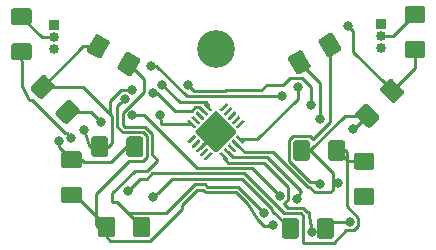
<source format=gbr>
G04 #@! TF.GenerationSoftware,KiCad,Pcbnew,(5.1.5)-3*
G04 #@! TF.CreationDate,2020-05-15T21:02:07+03:00*
G04 #@! TF.ProjectId,ButterflyJewel,42757474-6572-4666-9c79-4a6577656c2e,rev?*
G04 #@! TF.SameCoordinates,Original*
G04 #@! TF.FileFunction,Copper,L1,Top*
G04 #@! TF.FilePolarity,Positive*
%FSLAX46Y46*%
G04 Gerber Fmt 4.6, Leading zero omitted, Abs format (unit mm)*
G04 Created by KiCad (PCBNEW (5.1.5)-3) date 2020-05-15 21:02:07*
%MOMM*%
%LPD*%
G04 APERTURE LIST*
%ADD10O,0.850000X0.850000*%
%ADD11R,0.850000X0.850000*%
%ADD12C,0.100000*%
%ADD13C,3.200000*%
%ADD14C,0.800000*%
%ADD15C,0.250000*%
G04 APERTURE END LIST*
D10*
X209931000Y-32607000D03*
X209931000Y-31607000D03*
D11*
X209931000Y-30607000D03*
D10*
X182245000Y-32670500D03*
X182245000Y-31670500D03*
D11*
X182245000Y-30670500D03*
G04 #@! TA.AperFunction,SMDPad,CuDef*
D12*
G36*
X189617004Y-40083704D02*
G01*
X189641273Y-40087304D01*
X189665071Y-40093265D01*
X189688171Y-40101530D01*
X189710349Y-40112020D01*
X189731393Y-40124633D01*
X189751098Y-40139247D01*
X189769277Y-40155723D01*
X189785753Y-40173902D01*
X189800367Y-40193607D01*
X189812980Y-40214651D01*
X189823470Y-40236829D01*
X189831735Y-40259929D01*
X189837696Y-40283727D01*
X189841296Y-40307996D01*
X189842500Y-40332500D01*
X189842500Y-41582500D01*
X189841296Y-41607004D01*
X189837696Y-41631273D01*
X189831735Y-41655071D01*
X189823470Y-41678171D01*
X189812980Y-41700349D01*
X189800367Y-41721393D01*
X189785753Y-41741098D01*
X189769277Y-41759277D01*
X189751098Y-41775753D01*
X189731393Y-41790367D01*
X189710349Y-41802980D01*
X189688171Y-41813470D01*
X189665071Y-41821735D01*
X189641273Y-41827696D01*
X189617004Y-41831296D01*
X189592500Y-41832500D01*
X188667500Y-41832500D01*
X188642996Y-41831296D01*
X188618727Y-41827696D01*
X188594929Y-41821735D01*
X188571829Y-41813470D01*
X188549651Y-41802980D01*
X188528607Y-41790367D01*
X188508902Y-41775753D01*
X188490723Y-41759277D01*
X188474247Y-41741098D01*
X188459633Y-41721393D01*
X188447020Y-41700349D01*
X188436530Y-41678171D01*
X188428265Y-41655071D01*
X188422304Y-41631273D01*
X188418704Y-41607004D01*
X188417500Y-41582500D01*
X188417500Y-40332500D01*
X188418704Y-40307996D01*
X188422304Y-40283727D01*
X188428265Y-40259929D01*
X188436530Y-40236829D01*
X188447020Y-40214651D01*
X188459633Y-40193607D01*
X188474247Y-40173902D01*
X188490723Y-40155723D01*
X188508902Y-40139247D01*
X188528607Y-40124633D01*
X188549651Y-40112020D01*
X188571829Y-40101530D01*
X188594929Y-40093265D01*
X188618727Y-40087304D01*
X188642996Y-40083704D01*
X188667500Y-40082500D01*
X189592500Y-40082500D01*
X189617004Y-40083704D01*
G37*
G04 #@! TD.AperFunction*
G04 #@! TA.AperFunction,SMDPad,CuDef*
G36*
X186642004Y-40083704D02*
G01*
X186666273Y-40087304D01*
X186690071Y-40093265D01*
X186713171Y-40101530D01*
X186735349Y-40112020D01*
X186756393Y-40124633D01*
X186776098Y-40139247D01*
X186794277Y-40155723D01*
X186810753Y-40173902D01*
X186825367Y-40193607D01*
X186837980Y-40214651D01*
X186848470Y-40236829D01*
X186856735Y-40259929D01*
X186862696Y-40283727D01*
X186866296Y-40307996D01*
X186867500Y-40332500D01*
X186867500Y-41582500D01*
X186866296Y-41607004D01*
X186862696Y-41631273D01*
X186856735Y-41655071D01*
X186848470Y-41678171D01*
X186837980Y-41700349D01*
X186825367Y-41721393D01*
X186810753Y-41741098D01*
X186794277Y-41759277D01*
X186776098Y-41775753D01*
X186756393Y-41790367D01*
X186735349Y-41802980D01*
X186713171Y-41813470D01*
X186690071Y-41821735D01*
X186666273Y-41827696D01*
X186642004Y-41831296D01*
X186617500Y-41832500D01*
X185692500Y-41832500D01*
X185667996Y-41831296D01*
X185643727Y-41827696D01*
X185619929Y-41821735D01*
X185596829Y-41813470D01*
X185574651Y-41802980D01*
X185553607Y-41790367D01*
X185533902Y-41775753D01*
X185515723Y-41759277D01*
X185499247Y-41741098D01*
X185484633Y-41721393D01*
X185472020Y-41700349D01*
X185461530Y-41678171D01*
X185453265Y-41655071D01*
X185447304Y-41631273D01*
X185443704Y-41607004D01*
X185442500Y-41582500D01*
X185442500Y-40332500D01*
X185443704Y-40307996D01*
X185447304Y-40283727D01*
X185453265Y-40259929D01*
X185461530Y-40236829D01*
X185472020Y-40214651D01*
X185484633Y-40193607D01*
X185499247Y-40173902D01*
X185515723Y-40155723D01*
X185533902Y-40139247D01*
X185553607Y-40124633D01*
X185574651Y-40112020D01*
X185596829Y-40101530D01*
X185619929Y-40093265D01*
X185643727Y-40087304D01*
X185667996Y-40083704D01*
X185692500Y-40082500D01*
X186617500Y-40082500D01*
X186642004Y-40083704D01*
G37*
G04 #@! TD.AperFunction*
G04 #@! TA.AperFunction,SMDPad,CuDef*
G36*
X206698504Y-40401204D02*
G01*
X206722773Y-40404804D01*
X206746571Y-40410765D01*
X206769671Y-40419030D01*
X206791849Y-40429520D01*
X206812893Y-40442133D01*
X206832598Y-40456747D01*
X206850777Y-40473223D01*
X206867253Y-40491402D01*
X206881867Y-40511107D01*
X206894480Y-40532151D01*
X206904970Y-40554329D01*
X206913235Y-40577429D01*
X206919196Y-40601227D01*
X206922796Y-40625496D01*
X206924000Y-40650000D01*
X206924000Y-41900000D01*
X206922796Y-41924504D01*
X206919196Y-41948773D01*
X206913235Y-41972571D01*
X206904970Y-41995671D01*
X206894480Y-42017849D01*
X206881867Y-42038893D01*
X206867253Y-42058598D01*
X206850777Y-42076777D01*
X206832598Y-42093253D01*
X206812893Y-42107867D01*
X206791849Y-42120480D01*
X206769671Y-42130970D01*
X206746571Y-42139235D01*
X206722773Y-42145196D01*
X206698504Y-42148796D01*
X206674000Y-42150000D01*
X205749000Y-42150000D01*
X205724496Y-42148796D01*
X205700227Y-42145196D01*
X205676429Y-42139235D01*
X205653329Y-42130970D01*
X205631151Y-42120480D01*
X205610107Y-42107867D01*
X205590402Y-42093253D01*
X205572223Y-42076777D01*
X205555747Y-42058598D01*
X205541133Y-42038893D01*
X205528520Y-42017849D01*
X205518030Y-41995671D01*
X205509765Y-41972571D01*
X205503804Y-41948773D01*
X205500204Y-41924504D01*
X205499000Y-41900000D01*
X205499000Y-40650000D01*
X205500204Y-40625496D01*
X205503804Y-40601227D01*
X205509765Y-40577429D01*
X205518030Y-40554329D01*
X205528520Y-40532151D01*
X205541133Y-40511107D01*
X205555747Y-40491402D01*
X205572223Y-40473223D01*
X205590402Y-40456747D01*
X205610107Y-40442133D01*
X205631151Y-40429520D01*
X205653329Y-40419030D01*
X205676429Y-40410765D01*
X205700227Y-40404804D01*
X205724496Y-40401204D01*
X205749000Y-40400000D01*
X206674000Y-40400000D01*
X206698504Y-40401204D01*
G37*
G04 #@! TD.AperFunction*
G04 #@! TA.AperFunction,SMDPad,CuDef*
G36*
X203723504Y-40401204D02*
G01*
X203747773Y-40404804D01*
X203771571Y-40410765D01*
X203794671Y-40419030D01*
X203816849Y-40429520D01*
X203837893Y-40442133D01*
X203857598Y-40456747D01*
X203875777Y-40473223D01*
X203892253Y-40491402D01*
X203906867Y-40511107D01*
X203919480Y-40532151D01*
X203929970Y-40554329D01*
X203938235Y-40577429D01*
X203944196Y-40601227D01*
X203947796Y-40625496D01*
X203949000Y-40650000D01*
X203949000Y-41900000D01*
X203947796Y-41924504D01*
X203944196Y-41948773D01*
X203938235Y-41972571D01*
X203929970Y-41995671D01*
X203919480Y-42017849D01*
X203906867Y-42038893D01*
X203892253Y-42058598D01*
X203875777Y-42076777D01*
X203857598Y-42093253D01*
X203837893Y-42107867D01*
X203816849Y-42120480D01*
X203794671Y-42130970D01*
X203771571Y-42139235D01*
X203747773Y-42145196D01*
X203723504Y-42148796D01*
X203699000Y-42150000D01*
X202774000Y-42150000D01*
X202749496Y-42148796D01*
X202725227Y-42145196D01*
X202701429Y-42139235D01*
X202678329Y-42130970D01*
X202656151Y-42120480D01*
X202635107Y-42107867D01*
X202615402Y-42093253D01*
X202597223Y-42076777D01*
X202580747Y-42058598D01*
X202566133Y-42038893D01*
X202553520Y-42017849D01*
X202543030Y-41995671D01*
X202534765Y-41972571D01*
X202528804Y-41948773D01*
X202525204Y-41924504D01*
X202524000Y-41900000D01*
X202524000Y-40650000D01*
X202525204Y-40625496D01*
X202528804Y-40601227D01*
X202534765Y-40577429D01*
X202543030Y-40554329D01*
X202553520Y-40532151D01*
X202566133Y-40511107D01*
X202580747Y-40491402D01*
X202597223Y-40473223D01*
X202615402Y-40456747D01*
X202635107Y-40442133D01*
X202656151Y-40429520D01*
X202678329Y-40419030D01*
X202701429Y-40410765D01*
X202725227Y-40404804D01*
X202749496Y-40401204D01*
X202774000Y-40400000D01*
X203699000Y-40400000D01*
X203723504Y-40401204D01*
G37*
G04 #@! TD.AperFunction*
G04 #@! TA.AperFunction,SMDPad,CuDef*
G36*
X183563230Y-36991046D02*
G01*
X183587499Y-36994646D01*
X183611297Y-37000607D01*
X183634397Y-37008872D01*
X183656575Y-37019362D01*
X183677619Y-37031975D01*
X183697324Y-37046589D01*
X183715503Y-37063065D01*
X184369577Y-37717139D01*
X184386053Y-37735318D01*
X184400667Y-37755023D01*
X184413280Y-37776067D01*
X184423770Y-37798245D01*
X184432035Y-37821345D01*
X184437996Y-37845143D01*
X184441596Y-37869412D01*
X184442800Y-37893916D01*
X184441596Y-37918420D01*
X184437996Y-37942689D01*
X184432035Y-37966487D01*
X184423770Y-37989587D01*
X184413280Y-38011765D01*
X184400667Y-38032809D01*
X184386053Y-38052514D01*
X184369577Y-38070693D01*
X183485693Y-38954577D01*
X183467514Y-38971053D01*
X183447809Y-38985667D01*
X183426765Y-38998280D01*
X183404587Y-39008770D01*
X183381487Y-39017035D01*
X183357689Y-39022996D01*
X183333420Y-39026596D01*
X183308916Y-39027800D01*
X183284412Y-39026596D01*
X183260143Y-39022996D01*
X183236345Y-39017035D01*
X183213245Y-39008770D01*
X183191067Y-38998280D01*
X183170023Y-38985667D01*
X183150318Y-38971053D01*
X183132139Y-38954577D01*
X182478065Y-38300503D01*
X182461589Y-38282324D01*
X182446975Y-38262619D01*
X182434362Y-38241575D01*
X182423872Y-38219397D01*
X182415607Y-38196297D01*
X182409646Y-38172499D01*
X182406046Y-38148230D01*
X182404842Y-38123726D01*
X182406046Y-38099222D01*
X182409646Y-38074953D01*
X182415607Y-38051155D01*
X182423872Y-38028055D01*
X182434362Y-38005877D01*
X182446975Y-37984833D01*
X182461589Y-37965128D01*
X182478065Y-37946949D01*
X183361949Y-37063065D01*
X183380128Y-37046589D01*
X183399833Y-37031975D01*
X183420877Y-37019362D01*
X183443055Y-37008872D01*
X183466155Y-37000607D01*
X183489953Y-36994646D01*
X183514222Y-36991046D01*
X183538726Y-36989842D01*
X183563230Y-36991046D01*
G37*
G04 #@! TD.AperFunction*
G04 #@! TA.AperFunction,SMDPad,CuDef*
G36*
X181459588Y-34887404D02*
G01*
X181483857Y-34891004D01*
X181507655Y-34896965D01*
X181530755Y-34905230D01*
X181552933Y-34915720D01*
X181573977Y-34928333D01*
X181593682Y-34942947D01*
X181611861Y-34959423D01*
X182265935Y-35613497D01*
X182282411Y-35631676D01*
X182297025Y-35651381D01*
X182309638Y-35672425D01*
X182320128Y-35694603D01*
X182328393Y-35717703D01*
X182334354Y-35741501D01*
X182337954Y-35765770D01*
X182339158Y-35790274D01*
X182337954Y-35814778D01*
X182334354Y-35839047D01*
X182328393Y-35862845D01*
X182320128Y-35885945D01*
X182309638Y-35908123D01*
X182297025Y-35929167D01*
X182282411Y-35948872D01*
X182265935Y-35967051D01*
X181382051Y-36850935D01*
X181363872Y-36867411D01*
X181344167Y-36882025D01*
X181323123Y-36894638D01*
X181300945Y-36905128D01*
X181277845Y-36913393D01*
X181254047Y-36919354D01*
X181229778Y-36922954D01*
X181205274Y-36924158D01*
X181180770Y-36922954D01*
X181156501Y-36919354D01*
X181132703Y-36913393D01*
X181109603Y-36905128D01*
X181087425Y-36894638D01*
X181066381Y-36882025D01*
X181046676Y-36867411D01*
X181028497Y-36850935D01*
X180374423Y-36196861D01*
X180357947Y-36178682D01*
X180343333Y-36158977D01*
X180330720Y-36137933D01*
X180320230Y-36115755D01*
X180311965Y-36092655D01*
X180306004Y-36068857D01*
X180302404Y-36044588D01*
X180301200Y-36020084D01*
X180302404Y-35995580D01*
X180306004Y-35971311D01*
X180311965Y-35947513D01*
X180320230Y-35924413D01*
X180330720Y-35902235D01*
X180343333Y-35881191D01*
X180357947Y-35861486D01*
X180374423Y-35843307D01*
X181258307Y-34959423D01*
X181276486Y-34942947D01*
X181296191Y-34928333D01*
X181317235Y-34915720D01*
X181339413Y-34905230D01*
X181362513Y-34896965D01*
X181386311Y-34891004D01*
X181410580Y-34887404D01*
X181435084Y-34886200D01*
X181459588Y-34887404D01*
G37*
G04 #@! TD.AperFunction*
G04 #@! TA.AperFunction,SMDPad,CuDef*
G36*
X210828920Y-35204904D02*
G01*
X210853189Y-35208504D01*
X210876987Y-35214465D01*
X210900087Y-35222730D01*
X210922265Y-35233220D01*
X210943309Y-35245833D01*
X210963014Y-35260447D01*
X210981193Y-35276923D01*
X211865077Y-36160807D01*
X211881553Y-36178986D01*
X211896167Y-36198691D01*
X211908780Y-36219735D01*
X211919270Y-36241913D01*
X211927535Y-36265013D01*
X211933496Y-36288811D01*
X211937096Y-36313080D01*
X211938300Y-36337584D01*
X211937096Y-36362088D01*
X211933496Y-36386357D01*
X211927535Y-36410155D01*
X211919270Y-36433255D01*
X211908780Y-36455433D01*
X211896167Y-36476477D01*
X211881553Y-36496182D01*
X211865077Y-36514361D01*
X211211003Y-37168435D01*
X211192824Y-37184911D01*
X211173119Y-37199525D01*
X211152075Y-37212138D01*
X211129897Y-37222628D01*
X211106797Y-37230893D01*
X211082999Y-37236854D01*
X211058730Y-37240454D01*
X211034226Y-37241658D01*
X211009722Y-37240454D01*
X210985453Y-37236854D01*
X210961655Y-37230893D01*
X210938555Y-37222628D01*
X210916377Y-37212138D01*
X210895333Y-37199525D01*
X210875628Y-37184911D01*
X210857449Y-37168435D01*
X209973565Y-36284551D01*
X209957089Y-36266372D01*
X209942475Y-36246667D01*
X209929862Y-36225623D01*
X209919372Y-36203445D01*
X209911107Y-36180345D01*
X209905146Y-36156547D01*
X209901546Y-36132278D01*
X209900342Y-36107774D01*
X209901546Y-36083270D01*
X209905146Y-36059001D01*
X209911107Y-36035203D01*
X209919372Y-36012103D01*
X209929862Y-35989925D01*
X209942475Y-35968881D01*
X209957089Y-35949176D01*
X209973565Y-35930997D01*
X210627639Y-35276923D01*
X210645818Y-35260447D01*
X210665523Y-35245833D01*
X210686567Y-35233220D01*
X210708745Y-35222730D01*
X210731845Y-35214465D01*
X210755643Y-35208504D01*
X210779912Y-35204904D01*
X210804416Y-35203700D01*
X210828920Y-35204904D01*
G37*
G04 #@! TD.AperFunction*
G04 #@! TA.AperFunction,SMDPad,CuDef*
G36*
X208725278Y-37308546D02*
G01*
X208749547Y-37312146D01*
X208773345Y-37318107D01*
X208796445Y-37326372D01*
X208818623Y-37336862D01*
X208839667Y-37349475D01*
X208859372Y-37364089D01*
X208877551Y-37380565D01*
X209761435Y-38264449D01*
X209777911Y-38282628D01*
X209792525Y-38302333D01*
X209805138Y-38323377D01*
X209815628Y-38345555D01*
X209823893Y-38368655D01*
X209829854Y-38392453D01*
X209833454Y-38416722D01*
X209834658Y-38441226D01*
X209833454Y-38465730D01*
X209829854Y-38489999D01*
X209823893Y-38513797D01*
X209815628Y-38536897D01*
X209805138Y-38559075D01*
X209792525Y-38580119D01*
X209777911Y-38599824D01*
X209761435Y-38618003D01*
X209107361Y-39272077D01*
X209089182Y-39288553D01*
X209069477Y-39303167D01*
X209048433Y-39315780D01*
X209026255Y-39326270D01*
X209003155Y-39334535D01*
X208979357Y-39340496D01*
X208955088Y-39344096D01*
X208930584Y-39345300D01*
X208906080Y-39344096D01*
X208881811Y-39340496D01*
X208858013Y-39334535D01*
X208834913Y-39326270D01*
X208812735Y-39315780D01*
X208791691Y-39303167D01*
X208771986Y-39288553D01*
X208753807Y-39272077D01*
X207869923Y-38388193D01*
X207853447Y-38370014D01*
X207838833Y-38350309D01*
X207826220Y-38329265D01*
X207815730Y-38307087D01*
X207807465Y-38283987D01*
X207801504Y-38260189D01*
X207797904Y-38235920D01*
X207796700Y-38211416D01*
X207797904Y-38186912D01*
X207801504Y-38162643D01*
X207807465Y-38138845D01*
X207815730Y-38115745D01*
X207826220Y-38093567D01*
X207838833Y-38072523D01*
X207853447Y-38052818D01*
X207869923Y-38034639D01*
X208523997Y-37380565D01*
X208542176Y-37364089D01*
X208561881Y-37349475D01*
X208582925Y-37336862D01*
X208605103Y-37326372D01*
X208628203Y-37318107D01*
X208652001Y-37312146D01*
X208676270Y-37308546D01*
X208700774Y-37307342D01*
X208725278Y-37308546D01*
G37*
G04 #@! TD.AperFunction*
G04 #@! TA.AperFunction,SMDPad,CuDef*
G36*
X188557808Y-32933873D02*
G01*
X188581945Y-32938265D01*
X188605536Y-32945001D01*
X188628353Y-32954018D01*
X188650176Y-32965228D01*
X189451250Y-33427728D01*
X189471869Y-33441022D01*
X189491086Y-33456274D01*
X189508716Y-33473336D01*
X189524588Y-33492044D01*
X189538551Y-33512217D01*
X189550468Y-33533662D01*
X189560226Y-33556171D01*
X189567731Y-33579529D01*
X189572911Y-33603510D01*
X189575715Y-33627883D01*
X189576116Y-33652414D01*
X189574111Y-33676865D01*
X189569719Y-33701003D01*
X189562983Y-33724594D01*
X189553966Y-33747411D01*
X189542756Y-33769234D01*
X188917756Y-34851766D01*
X188904462Y-34872385D01*
X188889210Y-34891602D01*
X188872148Y-34909232D01*
X188853440Y-34925104D01*
X188833267Y-34939067D01*
X188811822Y-34950984D01*
X188789313Y-34960742D01*
X188765955Y-34968247D01*
X188741974Y-34973427D01*
X188717601Y-34976231D01*
X188693070Y-34976632D01*
X188668618Y-34974627D01*
X188644481Y-34970235D01*
X188620890Y-34963499D01*
X188598073Y-34954482D01*
X188576250Y-34943272D01*
X187775176Y-34480772D01*
X187754557Y-34467478D01*
X187735340Y-34452226D01*
X187717710Y-34435164D01*
X187701838Y-34416456D01*
X187687875Y-34396283D01*
X187675958Y-34374838D01*
X187666200Y-34352329D01*
X187658695Y-34328971D01*
X187653515Y-34304990D01*
X187650711Y-34280617D01*
X187650310Y-34256086D01*
X187652315Y-34231635D01*
X187656707Y-34207497D01*
X187663443Y-34183906D01*
X187672460Y-34161089D01*
X187683670Y-34139266D01*
X188308670Y-33056734D01*
X188321964Y-33036115D01*
X188337216Y-33016898D01*
X188354278Y-32999268D01*
X188372986Y-32983396D01*
X188393159Y-32969433D01*
X188414604Y-32957516D01*
X188437113Y-32947758D01*
X188460471Y-32940253D01*
X188484452Y-32935073D01*
X188508825Y-32932269D01*
X188533356Y-32931868D01*
X188557808Y-32933873D01*
G37*
G04 #@! TD.AperFunction*
G04 #@! TA.AperFunction,SMDPad,CuDef*
G36*
X185981382Y-31446373D02*
G01*
X186005519Y-31450765D01*
X186029110Y-31457501D01*
X186051927Y-31466518D01*
X186073750Y-31477728D01*
X186874824Y-31940228D01*
X186895443Y-31953522D01*
X186914660Y-31968774D01*
X186932290Y-31985836D01*
X186948162Y-32004544D01*
X186962125Y-32024717D01*
X186974042Y-32046162D01*
X186983800Y-32068671D01*
X186991305Y-32092029D01*
X186996485Y-32116010D01*
X186999289Y-32140383D01*
X186999690Y-32164914D01*
X186997685Y-32189365D01*
X186993293Y-32213503D01*
X186986557Y-32237094D01*
X186977540Y-32259911D01*
X186966330Y-32281734D01*
X186341330Y-33364266D01*
X186328036Y-33384885D01*
X186312784Y-33404102D01*
X186295722Y-33421732D01*
X186277014Y-33437604D01*
X186256841Y-33451567D01*
X186235396Y-33463484D01*
X186212887Y-33473242D01*
X186189529Y-33480747D01*
X186165548Y-33485927D01*
X186141175Y-33488731D01*
X186116644Y-33489132D01*
X186092192Y-33487127D01*
X186068055Y-33482735D01*
X186044464Y-33475999D01*
X186021647Y-33466982D01*
X185999824Y-33455772D01*
X185198750Y-32993272D01*
X185178131Y-32979978D01*
X185158914Y-32964726D01*
X185141284Y-32947664D01*
X185125412Y-32928956D01*
X185111449Y-32908783D01*
X185099532Y-32887338D01*
X185089774Y-32864829D01*
X185082269Y-32841471D01*
X185077089Y-32817490D01*
X185074285Y-32793117D01*
X185073884Y-32768586D01*
X185075889Y-32744135D01*
X185080281Y-32719997D01*
X185087017Y-32696406D01*
X185096034Y-32673589D01*
X185107244Y-32651766D01*
X185732244Y-31569234D01*
X185745538Y-31548615D01*
X185760790Y-31529398D01*
X185777852Y-31511768D01*
X185796560Y-31495896D01*
X185816733Y-31481933D01*
X185838178Y-31470016D01*
X185860687Y-31460258D01*
X185884045Y-31452753D01*
X185908026Y-31447573D01*
X185932399Y-31444769D01*
X185956930Y-31444368D01*
X185981382Y-31446373D01*
G37*
G04 #@! TD.AperFunction*
G04 #@! TA.AperFunction,SMDPad,CuDef*
G36*
X205735601Y-31317769D02*
G01*
X205759974Y-31320573D01*
X205783955Y-31325753D01*
X205807313Y-31333258D01*
X205829822Y-31343016D01*
X205851267Y-31354933D01*
X205871440Y-31368896D01*
X205890148Y-31384768D01*
X205907210Y-31402398D01*
X205922462Y-31421615D01*
X205935756Y-31442234D01*
X206560756Y-32524766D01*
X206571966Y-32546589D01*
X206580983Y-32569406D01*
X206587719Y-32592997D01*
X206592111Y-32617134D01*
X206594116Y-32641586D01*
X206593715Y-32666117D01*
X206590911Y-32690490D01*
X206585731Y-32714471D01*
X206578226Y-32737829D01*
X206568468Y-32760338D01*
X206556551Y-32781783D01*
X206542588Y-32801956D01*
X206526716Y-32820664D01*
X206509086Y-32837726D01*
X206489869Y-32852978D01*
X206469250Y-32866272D01*
X205668176Y-33328772D01*
X205646353Y-33339982D01*
X205623536Y-33348999D01*
X205599945Y-33355735D01*
X205575807Y-33360127D01*
X205551356Y-33362132D01*
X205526825Y-33361731D01*
X205502452Y-33358927D01*
X205478471Y-33353747D01*
X205455113Y-33346242D01*
X205432604Y-33336484D01*
X205411159Y-33324567D01*
X205390986Y-33310604D01*
X205372278Y-33294732D01*
X205355216Y-33277102D01*
X205339964Y-33257885D01*
X205326670Y-33237266D01*
X204701670Y-32154734D01*
X204690460Y-32132911D01*
X204681443Y-32110094D01*
X204674707Y-32086503D01*
X204670315Y-32062366D01*
X204668310Y-32037914D01*
X204668711Y-32013383D01*
X204671515Y-31989010D01*
X204676695Y-31965029D01*
X204684200Y-31941671D01*
X204693958Y-31919162D01*
X204705875Y-31897717D01*
X204719838Y-31877544D01*
X204735710Y-31858836D01*
X204753340Y-31841774D01*
X204772557Y-31826522D01*
X204793176Y-31813228D01*
X205594250Y-31350728D01*
X205616073Y-31339518D01*
X205638890Y-31330501D01*
X205662481Y-31323765D01*
X205686619Y-31319373D01*
X205711070Y-31317368D01*
X205735601Y-31317769D01*
G37*
G04 #@! TD.AperFunction*
G04 #@! TA.AperFunction,SMDPad,CuDef*
G36*
X203159175Y-32805269D02*
G01*
X203183548Y-32808073D01*
X203207529Y-32813253D01*
X203230887Y-32820758D01*
X203253396Y-32830516D01*
X203274841Y-32842433D01*
X203295014Y-32856396D01*
X203313722Y-32872268D01*
X203330784Y-32889898D01*
X203346036Y-32909115D01*
X203359330Y-32929734D01*
X203984330Y-34012266D01*
X203995540Y-34034089D01*
X204004557Y-34056906D01*
X204011293Y-34080497D01*
X204015685Y-34104634D01*
X204017690Y-34129086D01*
X204017289Y-34153617D01*
X204014485Y-34177990D01*
X204009305Y-34201971D01*
X204001800Y-34225329D01*
X203992042Y-34247838D01*
X203980125Y-34269283D01*
X203966162Y-34289456D01*
X203950290Y-34308164D01*
X203932660Y-34325226D01*
X203913443Y-34340478D01*
X203892824Y-34353772D01*
X203091750Y-34816272D01*
X203069927Y-34827482D01*
X203047110Y-34836499D01*
X203023519Y-34843235D01*
X202999381Y-34847627D01*
X202974930Y-34849632D01*
X202950399Y-34849231D01*
X202926026Y-34846427D01*
X202902045Y-34841247D01*
X202878687Y-34833742D01*
X202856178Y-34823984D01*
X202834733Y-34812067D01*
X202814560Y-34798104D01*
X202795852Y-34782232D01*
X202778790Y-34764602D01*
X202763538Y-34745385D01*
X202750244Y-34724766D01*
X202125244Y-33642234D01*
X202114034Y-33620411D01*
X202105017Y-33597594D01*
X202098281Y-33574003D01*
X202093889Y-33549866D01*
X202091884Y-33525414D01*
X202092285Y-33500883D01*
X202095089Y-33476510D01*
X202100269Y-33452529D01*
X202107774Y-33429171D01*
X202117532Y-33406662D01*
X202129449Y-33385217D01*
X202143412Y-33365044D01*
X202159284Y-33346336D01*
X202176914Y-33329274D01*
X202196131Y-33314022D01*
X202216750Y-33300728D01*
X203017824Y-32838228D01*
X203039647Y-32827018D01*
X203062464Y-32818001D01*
X203086055Y-32811265D01*
X203110193Y-32806873D01*
X203134644Y-32804868D01*
X203159175Y-32805269D01*
G37*
G04 #@! TD.AperFunction*
G04 #@! TA.AperFunction,SMDPad,CuDef*
G36*
X196866593Y-37256494D02*
G01*
X196872660Y-37257394D01*
X196878610Y-37258884D01*
X196884385Y-37260951D01*
X196889929Y-37263573D01*
X196895190Y-37266726D01*
X196900117Y-37270380D01*
X196904661Y-37274499D01*
X196993049Y-37362887D01*
X196997168Y-37367431D01*
X197000822Y-37372358D01*
X197003975Y-37377619D01*
X197006597Y-37383163D01*
X197008664Y-37388938D01*
X197010154Y-37394888D01*
X197011054Y-37400955D01*
X197011355Y-37407081D01*
X197011054Y-37413207D01*
X197010154Y-37419274D01*
X197008664Y-37425224D01*
X197006597Y-37430999D01*
X197003975Y-37436543D01*
X197000822Y-37441804D01*
X196997168Y-37446731D01*
X196993049Y-37451275D01*
X196480397Y-37963927D01*
X196475853Y-37968046D01*
X196470926Y-37971700D01*
X196465665Y-37974853D01*
X196460121Y-37977475D01*
X196454346Y-37979542D01*
X196448396Y-37981032D01*
X196442329Y-37981932D01*
X196436203Y-37982233D01*
X196430077Y-37981932D01*
X196424010Y-37981032D01*
X196418060Y-37979542D01*
X196412285Y-37977475D01*
X196406741Y-37974853D01*
X196401480Y-37971700D01*
X196396553Y-37968046D01*
X196392009Y-37963927D01*
X196303621Y-37875539D01*
X196299502Y-37870995D01*
X196295848Y-37866068D01*
X196292695Y-37860807D01*
X196290073Y-37855263D01*
X196288006Y-37849488D01*
X196286516Y-37843538D01*
X196285616Y-37837471D01*
X196285315Y-37831345D01*
X196285616Y-37825219D01*
X196286516Y-37819152D01*
X196288006Y-37813202D01*
X196290073Y-37807427D01*
X196292695Y-37801883D01*
X196295848Y-37796622D01*
X196299502Y-37791695D01*
X196303621Y-37787151D01*
X196816273Y-37274499D01*
X196820817Y-37270380D01*
X196825744Y-37266726D01*
X196831005Y-37263573D01*
X196836549Y-37260951D01*
X196842324Y-37258884D01*
X196848274Y-37257394D01*
X196854341Y-37256494D01*
X196860467Y-37256193D01*
X196866593Y-37256494D01*
G37*
G04 #@! TD.AperFunction*
G04 #@! TA.AperFunction,SMDPad,CuDef*
G36*
X197220146Y-37610047D02*
G01*
X197226213Y-37610947D01*
X197232163Y-37612437D01*
X197237938Y-37614504D01*
X197243482Y-37617126D01*
X197248743Y-37620279D01*
X197253670Y-37623933D01*
X197258214Y-37628052D01*
X197346602Y-37716440D01*
X197350721Y-37720984D01*
X197354375Y-37725911D01*
X197357528Y-37731172D01*
X197360150Y-37736716D01*
X197362217Y-37742491D01*
X197363707Y-37748441D01*
X197364607Y-37754508D01*
X197364908Y-37760634D01*
X197364607Y-37766760D01*
X197363707Y-37772827D01*
X197362217Y-37778777D01*
X197360150Y-37784552D01*
X197357528Y-37790096D01*
X197354375Y-37795357D01*
X197350721Y-37800284D01*
X197346602Y-37804828D01*
X196833950Y-38317480D01*
X196829406Y-38321599D01*
X196824479Y-38325253D01*
X196819218Y-38328406D01*
X196813674Y-38331028D01*
X196807899Y-38333095D01*
X196801949Y-38334585D01*
X196795882Y-38335485D01*
X196789756Y-38335786D01*
X196783630Y-38335485D01*
X196777563Y-38334585D01*
X196771613Y-38333095D01*
X196765838Y-38331028D01*
X196760294Y-38328406D01*
X196755033Y-38325253D01*
X196750106Y-38321599D01*
X196745562Y-38317480D01*
X196657174Y-38229092D01*
X196653055Y-38224548D01*
X196649401Y-38219621D01*
X196646248Y-38214360D01*
X196643626Y-38208816D01*
X196641559Y-38203041D01*
X196640069Y-38197091D01*
X196639169Y-38191024D01*
X196638868Y-38184898D01*
X196639169Y-38178772D01*
X196640069Y-38172705D01*
X196641559Y-38166755D01*
X196643626Y-38160980D01*
X196646248Y-38155436D01*
X196649401Y-38150175D01*
X196653055Y-38145248D01*
X196657174Y-38140704D01*
X197169826Y-37628052D01*
X197174370Y-37623933D01*
X197179297Y-37620279D01*
X197184558Y-37617126D01*
X197190102Y-37614504D01*
X197195877Y-37612437D01*
X197201827Y-37610947D01*
X197207894Y-37610047D01*
X197214020Y-37609746D01*
X197220146Y-37610047D01*
G37*
G04 #@! TD.AperFunction*
G04 #@! TA.AperFunction,SMDPad,CuDef*
G36*
X197573700Y-37963600D02*
G01*
X197579767Y-37964500D01*
X197585717Y-37965990D01*
X197591492Y-37968057D01*
X197597036Y-37970679D01*
X197602297Y-37973832D01*
X197607224Y-37977486D01*
X197611768Y-37981605D01*
X197700156Y-38069993D01*
X197704275Y-38074537D01*
X197707929Y-38079464D01*
X197711082Y-38084725D01*
X197713704Y-38090269D01*
X197715771Y-38096044D01*
X197717261Y-38101994D01*
X197718161Y-38108061D01*
X197718462Y-38114187D01*
X197718161Y-38120313D01*
X197717261Y-38126380D01*
X197715771Y-38132330D01*
X197713704Y-38138105D01*
X197711082Y-38143649D01*
X197707929Y-38148910D01*
X197704275Y-38153837D01*
X197700156Y-38158381D01*
X197187504Y-38671033D01*
X197182960Y-38675152D01*
X197178033Y-38678806D01*
X197172772Y-38681959D01*
X197167228Y-38684581D01*
X197161453Y-38686648D01*
X197155503Y-38688138D01*
X197149436Y-38689038D01*
X197143310Y-38689339D01*
X197137184Y-38689038D01*
X197131117Y-38688138D01*
X197125167Y-38686648D01*
X197119392Y-38684581D01*
X197113848Y-38681959D01*
X197108587Y-38678806D01*
X197103660Y-38675152D01*
X197099116Y-38671033D01*
X197010728Y-38582645D01*
X197006609Y-38578101D01*
X197002955Y-38573174D01*
X196999802Y-38567913D01*
X196997180Y-38562369D01*
X196995113Y-38556594D01*
X196993623Y-38550644D01*
X196992723Y-38544577D01*
X196992422Y-38538451D01*
X196992723Y-38532325D01*
X196993623Y-38526258D01*
X196995113Y-38520308D01*
X196997180Y-38514533D01*
X196999802Y-38508989D01*
X197002955Y-38503728D01*
X197006609Y-38498801D01*
X197010728Y-38494257D01*
X197523380Y-37981605D01*
X197527924Y-37977486D01*
X197532851Y-37973832D01*
X197538112Y-37970679D01*
X197543656Y-37968057D01*
X197549431Y-37965990D01*
X197555381Y-37964500D01*
X197561448Y-37963600D01*
X197567574Y-37963299D01*
X197573700Y-37963600D01*
G37*
G04 #@! TD.AperFunction*
G04 #@! TA.AperFunction,SMDPad,CuDef*
G36*
X197927253Y-38317154D02*
G01*
X197933320Y-38318054D01*
X197939270Y-38319544D01*
X197945045Y-38321611D01*
X197950589Y-38324233D01*
X197955850Y-38327386D01*
X197960777Y-38331040D01*
X197965321Y-38335159D01*
X198053709Y-38423547D01*
X198057828Y-38428091D01*
X198061482Y-38433018D01*
X198064635Y-38438279D01*
X198067257Y-38443823D01*
X198069324Y-38449598D01*
X198070814Y-38455548D01*
X198071714Y-38461615D01*
X198072015Y-38467741D01*
X198071714Y-38473867D01*
X198070814Y-38479934D01*
X198069324Y-38485884D01*
X198067257Y-38491659D01*
X198064635Y-38497203D01*
X198061482Y-38502464D01*
X198057828Y-38507391D01*
X198053709Y-38511935D01*
X197541057Y-39024587D01*
X197536513Y-39028706D01*
X197531586Y-39032360D01*
X197526325Y-39035513D01*
X197520781Y-39038135D01*
X197515006Y-39040202D01*
X197509056Y-39041692D01*
X197502989Y-39042592D01*
X197496863Y-39042893D01*
X197490737Y-39042592D01*
X197484670Y-39041692D01*
X197478720Y-39040202D01*
X197472945Y-39038135D01*
X197467401Y-39035513D01*
X197462140Y-39032360D01*
X197457213Y-39028706D01*
X197452669Y-39024587D01*
X197364281Y-38936199D01*
X197360162Y-38931655D01*
X197356508Y-38926728D01*
X197353355Y-38921467D01*
X197350733Y-38915923D01*
X197348666Y-38910148D01*
X197347176Y-38904198D01*
X197346276Y-38898131D01*
X197345975Y-38892005D01*
X197346276Y-38885879D01*
X197347176Y-38879812D01*
X197348666Y-38873862D01*
X197350733Y-38868087D01*
X197353355Y-38862543D01*
X197356508Y-38857282D01*
X197360162Y-38852355D01*
X197364281Y-38847811D01*
X197876933Y-38335159D01*
X197881477Y-38331040D01*
X197886404Y-38327386D01*
X197891665Y-38324233D01*
X197897209Y-38321611D01*
X197902984Y-38319544D01*
X197908934Y-38318054D01*
X197915001Y-38317154D01*
X197921127Y-38316853D01*
X197927253Y-38317154D01*
G37*
G04 #@! TD.AperFunction*
G04 #@! TA.AperFunction,SMDPad,CuDef*
G36*
X198280806Y-38670707D02*
G01*
X198286873Y-38671607D01*
X198292823Y-38673097D01*
X198298598Y-38675164D01*
X198304142Y-38677786D01*
X198309403Y-38680939D01*
X198314330Y-38684593D01*
X198318874Y-38688712D01*
X198407262Y-38777100D01*
X198411381Y-38781644D01*
X198415035Y-38786571D01*
X198418188Y-38791832D01*
X198420810Y-38797376D01*
X198422877Y-38803151D01*
X198424367Y-38809101D01*
X198425267Y-38815168D01*
X198425568Y-38821294D01*
X198425267Y-38827420D01*
X198424367Y-38833487D01*
X198422877Y-38839437D01*
X198420810Y-38845212D01*
X198418188Y-38850756D01*
X198415035Y-38856017D01*
X198411381Y-38860944D01*
X198407262Y-38865488D01*
X197894610Y-39378140D01*
X197890066Y-39382259D01*
X197885139Y-39385913D01*
X197879878Y-39389066D01*
X197874334Y-39391688D01*
X197868559Y-39393755D01*
X197862609Y-39395245D01*
X197856542Y-39396145D01*
X197850416Y-39396446D01*
X197844290Y-39396145D01*
X197838223Y-39395245D01*
X197832273Y-39393755D01*
X197826498Y-39391688D01*
X197820954Y-39389066D01*
X197815693Y-39385913D01*
X197810766Y-39382259D01*
X197806222Y-39378140D01*
X197717834Y-39289752D01*
X197713715Y-39285208D01*
X197710061Y-39280281D01*
X197706908Y-39275020D01*
X197704286Y-39269476D01*
X197702219Y-39263701D01*
X197700729Y-39257751D01*
X197699829Y-39251684D01*
X197699528Y-39245558D01*
X197699829Y-39239432D01*
X197700729Y-39233365D01*
X197702219Y-39227415D01*
X197704286Y-39221640D01*
X197706908Y-39216096D01*
X197710061Y-39210835D01*
X197713715Y-39205908D01*
X197717834Y-39201364D01*
X198230486Y-38688712D01*
X198235030Y-38684593D01*
X198239957Y-38680939D01*
X198245218Y-38677786D01*
X198250762Y-38675164D01*
X198256537Y-38673097D01*
X198262487Y-38671607D01*
X198268554Y-38670707D01*
X198274680Y-38670406D01*
X198280806Y-38670707D01*
G37*
G04 #@! TD.AperFunction*
G04 #@! TA.AperFunction,SMDPad,CuDef*
G36*
X197856542Y-39978855D02*
G01*
X197862609Y-39979755D01*
X197868559Y-39981245D01*
X197874334Y-39983312D01*
X197879878Y-39985934D01*
X197885139Y-39989087D01*
X197890066Y-39992741D01*
X197894610Y-39996860D01*
X198407262Y-40509512D01*
X198411381Y-40514056D01*
X198415035Y-40518983D01*
X198418188Y-40524244D01*
X198420810Y-40529788D01*
X198422877Y-40535563D01*
X198424367Y-40541513D01*
X198425267Y-40547580D01*
X198425568Y-40553706D01*
X198425267Y-40559832D01*
X198424367Y-40565899D01*
X198422877Y-40571849D01*
X198420810Y-40577624D01*
X198418188Y-40583168D01*
X198415035Y-40588429D01*
X198411381Y-40593356D01*
X198407262Y-40597900D01*
X198318874Y-40686288D01*
X198314330Y-40690407D01*
X198309403Y-40694061D01*
X198304142Y-40697214D01*
X198298598Y-40699836D01*
X198292823Y-40701903D01*
X198286873Y-40703393D01*
X198280806Y-40704293D01*
X198274680Y-40704594D01*
X198268554Y-40704293D01*
X198262487Y-40703393D01*
X198256537Y-40701903D01*
X198250762Y-40699836D01*
X198245218Y-40697214D01*
X198239957Y-40694061D01*
X198235030Y-40690407D01*
X198230486Y-40686288D01*
X197717834Y-40173636D01*
X197713715Y-40169092D01*
X197710061Y-40164165D01*
X197706908Y-40158904D01*
X197704286Y-40153360D01*
X197702219Y-40147585D01*
X197700729Y-40141635D01*
X197699829Y-40135568D01*
X197699528Y-40129442D01*
X197699829Y-40123316D01*
X197700729Y-40117249D01*
X197702219Y-40111299D01*
X197704286Y-40105524D01*
X197706908Y-40099980D01*
X197710061Y-40094719D01*
X197713715Y-40089792D01*
X197717834Y-40085248D01*
X197806222Y-39996860D01*
X197810766Y-39992741D01*
X197815693Y-39989087D01*
X197820954Y-39985934D01*
X197826498Y-39983312D01*
X197832273Y-39981245D01*
X197838223Y-39979755D01*
X197844290Y-39978855D01*
X197850416Y-39978554D01*
X197856542Y-39978855D01*
G37*
G04 #@! TD.AperFunction*
G04 #@! TA.AperFunction,SMDPad,CuDef*
G36*
X197502989Y-40332408D02*
G01*
X197509056Y-40333308D01*
X197515006Y-40334798D01*
X197520781Y-40336865D01*
X197526325Y-40339487D01*
X197531586Y-40342640D01*
X197536513Y-40346294D01*
X197541057Y-40350413D01*
X198053709Y-40863065D01*
X198057828Y-40867609D01*
X198061482Y-40872536D01*
X198064635Y-40877797D01*
X198067257Y-40883341D01*
X198069324Y-40889116D01*
X198070814Y-40895066D01*
X198071714Y-40901133D01*
X198072015Y-40907259D01*
X198071714Y-40913385D01*
X198070814Y-40919452D01*
X198069324Y-40925402D01*
X198067257Y-40931177D01*
X198064635Y-40936721D01*
X198061482Y-40941982D01*
X198057828Y-40946909D01*
X198053709Y-40951453D01*
X197965321Y-41039841D01*
X197960777Y-41043960D01*
X197955850Y-41047614D01*
X197950589Y-41050767D01*
X197945045Y-41053389D01*
X197939270Y-41055456D01*
X197933320Y-41056946D01*
X197927253Y-41057846D01*
X197921127Y-41058147D01*
X197915001Y-41057846D01*
X197908934Y-41056946D01*
X197902984Y-41055456D01*
X197897209Y-41053389D01*
X197891665Y-41050767D01*
X197886404Y-41047614D01*
X197881477Y-41043960D01*
X197876933Y-41039841D01*
X197364281Y-40527189D01*
X197360162Y-40522645D01*
X197356508Y-40517718D01*
X197353355Y-40512457D01*
X197350733Y-40506913D01*
X197348666Y-40501138D01*
X197347176Y-40495188D01*
X197346276Y-40489121D01*
X197345975Y-40482995D01*
X197346276Y-40476869D01*
X197347176Y-40470802D01*
X197348666Y-40464852D01*
X197350733Y-40459077D01*
X197353355Y-40453533D01*
X197356508Y-40448272D01*
X197360162Y-40443345D01*
X197364281Y-40438801D01*
X197452669Y-40350413D01*
X197457213Y-40346294D01*
X197462140Y-40342640D01*
X197467401Y-40339487D01*
X197472945Y-40336865D01*
X197478720Y-40334798D01*
X197484670Y-40333308D01*
X197490737Y-40332408D01*
X197496863Y-40332107D01*
X197502989Y-40332408D01*
G37*
G04 #@! TD.AperFunction*
G04 #@! TA.AperFunction,SMDPad,CuDef*
G36*
X197149436Y-40685962D02*
G01*
X197155503Y-40686862D01*
X197161453Y-40688352D01*
X197167228Y-40690419D01*
X197172772Y-40693041D01*
X197178033Y-40696194D01*
X197182960Y-40699848D01*
X197187504Y-40703967D01*
X197700156Y-41216619D01*
X197704275Y-41221163D01*
X197707929Y-41226090D01*
X197711082Y-41231351D01*
X197713704Y-41236895D01*
X197715771Y-41242670D01*
X197717261Y-41248620D01*
X197718161Y-41254687D01*
X197718462Y-41260813D01*
X197718161Y-41266939D01*
X197717261Y-41273006D01*
X197715771Y-41278956D01*
X197713704Y-41284731D01*
X197711082Y-41290275D01*
X197707929Y-41295536D01*
X197704275Y-41300463D01*
X197700156Y-41305007D01*
X197611768Y-41393395D01*
X197607224Y-41397514D01*
X197602297Y-41401168D01*
X197597036Y-41404321D01*
X197591492Y-41406943D01*
X197585717Y-41409010D01*
X197579767Y-41410500D01*
X197573700Y-41411400D01*
X197567574Y-41411701D01*
X197561448Y-41411400D01*
X197555381Y-41410500D01*
X197549431Y-41409010D01*
X197543656Y-41406943D01*
X197538112Y-41404321D01*
X197532851Y-41401168D01*
X197527924Y-41397514D01*
X197523380Y-41393395D01*
X197010728Y-40880743D01*
X197006609Y-40876199D01*
X197002955Y-40871272D01*
X196999802Y-40866011D01*
X196997180Y-40860467D01*
X196995113Y-40854692D01*
X196993623Y-40848742D01*
X196992723Y-40842675D01*
X196992422Y-40836549D01*
X196992723Y-40830423D01*
X196993623Y-40824356D01*
X196995113Y-40818406D01*
X196997180Y-40812631D01*
X196999802Y-40807087D01*
X197002955Y-40801826D01*
X197006609Y-40796899D01*
X197010728Y-40792355D01*
X197099116Y-40703967D01*
X197103660Y-40699848D01*
X197108587Y-40696194D01*
X197113848Y-40693041D01*
X197119392Y-40690419D01*
X197125167Y-40688352D01*
X197131117Y-40686862D01*
X197137184Y-40685962D01*
X197143310Y-40685661D01*
X197149436Y-40685962D01*
G37*
G04 #@! TD.AperFunction*
G04 #@! TA.AperFunction,SMDPad,CuDef*
G36*
X196795882Y-41039515D02*
G01*
X196801949Y-41040415D01*
X196807899Y-41041905D01*
X196813674Y-41043972D01*
X196819218Y-41046594D01*
X196824479Y-41049747D01*
X196829406Y-41053401D01*
X196833950Y-41057520D01*
X197346602Y-41570172D01*
X197350721Y-41574716D01*
X197354375Y-41579643D01*
X197357528Y-41584904D01*
X197360150Y-41590448D01*
X197362217Y-41596223D01*
X197363707Y-41602173D01*
X197364607Y-41608240D01*
X197364908Y-41614366D01*
X197364607Y-41620492D01*
X197363707Y-41626559D01*
X197362217Y-41632509D01*
X197360150Y-41638284D01*
X197357528Y-41643828D01*
X197354375Y-41649089D01*
X197350721Y-41654016D01*
X197346602Y-41658560D01*
X197258214Y-41746948D01*
X197253670Y-41751067D01*
X197248743Y-41754721D01*
X197243482Y-41757874D01*
X197237938Y-41760496D01*
X197232163Y-41762563D01*
X197226213Y-41764053D01*
X197220146Y-41764953D01*
X197214020Y-41765254D01*
X197207894Y-41764953D01*
X197201827Y-41764053D01*
X197195877Y-41762563D01*
X197190102Y-41760496D01*
X197184558Y-41757874D01*
X197179297Y-41754721D01*
X197174370Y-41751067D01*
X197169826Y-41746948D01*
X196657174Y-41234296D01*
X196653055Y-41229752D01*
X196649401Y-41224825D01*
X196646248Y-41219564D01*
X196643626Y-41214020D01*
X196641559Y-41208245D01*
X196640069Y-41202295D01*
X196639169Y-41196228D01*
X196638868Y-41190102D01*
X196639169Y-41183976D01*
X196640069Y-41177909D01*
X196641559Y-41171959D01*
X196643626Y-41166184D01*
X196646248Y-41160640D01*
X196649401Y-41155379D01*
X196653055Y-41150452D01*
X196657174Y-41145908D01*
X196745562Y-41057520D01*
X196750106Y-41053401D01*
X196755033Y-41049747D01*
X196760294Y-41046594D01*
X196765838Y-41043972D01*
X196771613Y-41041905D01*
X196777563Y-41040415D01*
X196783630Y-41039515D01*
X196789756Y-41039214D01*
X196795882Y-41039515D01*
G37*
G04 #@! TD.AperFunction*
G04 #@! TA.AperFunction,SMDPad,CuDef*
G36*
X196442329Y-41393068D02*
G01*
X196448396Y-41393968D01*
X196454346Y-41395458D01*
X196460121Y-41397525D01*
X196465665Y-41400147D01*
X196470926Y-41403300D01*
X196475853Y-41406954D01*
X196480397Y-41411073D01*
X196993049Y-41923725D01*
X196997168Y-41928269D01*
X197000822Y-41933196D01*
X197003975Y-41938457D01*
X197006597Y-41944001D01*
X197008664Y-41949776D01*
X197010154Y-41955726D01*
X197011054Y-41961793D01*
X197011355Y-41967919D01*
X197011054Y-41974045D01*
X197010154Y-41980112D01*
X197008664Y-41986062D01*
X197006597Y-41991837D01*
X197003975Y-41997381D01*
X197000822Y-42002642D01*
X196997168Y-42007569D01*
X196993049Y-42012113D01*
X196904661Y-42100501D01*
X196900117Y-42104620D01*
X196895190Y-42108274D01*
X196889929Y-42111427D01*
X196884385Y-42114049D01*
X196878610Y-42116116D01*
X196872660Y-42117606D01*
X196866593Y-42118506D01*
X196860467Y-42118807D01*
X196854341Y-42118506D01*
X196848274Y-42117606D01*
X196842324Y-42116116D01*
X196836549Y-42114049D01*
X196831005Y-42111427D01*
X196825744Y-42108274D01*
X196820817Y-42104620D01*
X196816273Y-42100501D01*
X196303621Y-41587849D01*
X196299502Y-41583305D01*
X196295848Y-41578378D01*
X196292695Y-41573117D01*
X196290073Y-41567573D01*
X196288006Y-41561798D01*
X196286516Y-41555848D01*
X196285616Y-41549781D01*
X196285315Y-41543655D01*
X196285616Y-41537529D01*
X196286516Y-41531462D01*
X196288006Y-41525512D01*
X196290073Y-41519737D01*
X196292695Y-41514193D01*
X196295848Y-41508932D01*
X196299502Y-41504005D01*
X196303621Y-41499461D01*
X196392009Y-41411073D01*
X196396553Y-41406954D01*
X196401480Y-41403300D01*
X196406741Y-41400147D01*
X196412285Y-41397525D01*
X196418060Y-41395458D01*
X196424010Y-41393968D01*
X196430077Y-41393068D01*
X196436203Y-41392767D01*
X196442329Y-41393068D01*
G37*
G04 #@! TD.AperFunction*
G04 #@! TA.AperFunction,SMDPad,CuDef*
G36*
X195558445Y-41393068D02*
G01*
X195564512Y-41393968D01*
X195570462Y-41395458D01*
X195576237Y-41397525D01*
X195581781Y-41400147D01*
X195587042Y-41403300D01*
X195591969Y-41406954D01*
X195596513Y-41411073D01*
X195684901Y-41499461D01*
X195689020Y-41504005D01*
X195692674Y-41508932D01*
X195695827Y-41514193D01*
X195698449Y-41519737D01*
X195700516Y-41525512D01*
X195702006Y-41531462D01*
X195702906Y-41537529D01*
X195703207Y-41543655D01*
X195702906Y-41549781D01*
X195702006Y-41555848D01*
X195700516Y-41561798D01*
X195698449Y-41567573D01*
X195695827Y-41573117D01*
X195692674Y-41578378D01*
X195689020Y-41583305D01*
X195684901Y-41587849D01*
X195172249Y-42100501D01*
X195167705Y-42104620D01*
X195162778Y-42108274D01*
X195157517Y-42111427D01*
X195151973Y-42114049D01*
X195146198Y-42116116D01*
X195140248Y-42117606D01*
X195134181Y-42118506D01*
X195128055Y-42118807D01*
X195121929Y-42118506D01*
X195115862Y-42117606D01*
X195109912Y-42116116D01*
X195104137Y-42114049D01*
X195098593Y-42111427D01*
X195093332Y-42108274D01*
X195088405Y-42104620D01*
X195083861Y-42100501D01*
X194995473Y-42012113D01*
X194991354Y-42007569D01*
X194987700Y-42002642D01*
X194984547Y-41997381D01*
X194981925Y-41991837D01*
X194979858Y-41986062D01*
X194978368Y-41980112D01*
X194977468Y-41974045D01*
X194977167Y-41967919D01*
X194977468Y-41961793D01*
X194978368Y-41955726D01*
X194979858Y-41949776D01*
X194981925Y-41944001D01*
X194984547Y-41938457D01*
X194987700Y-41933196D01*
X194991354Y-41928269D01*
X194995473Y-41923725D01*
X195508125Y-41411073D01*
X195512669Y-41406954D01*
X195517596Y-41403300D01*
X195522857Y-41400147D01*
X195528401Y-41397525D01*
X195534176Y-41395458D01*
X195540126Y-41393968D01*
X195546193Y-41393068D01*
X195552319Y-41392767D01*
X195558445Y-41393068D01*
G37*
G04 #@! TD.AperFunction*
G04 #@! TA.AperFunction,SMDPad,CuDef*
G36*
X195204892Y-41039515D02*
G01*
X195210959Y-41040415D01*
X195216909Y-41041905D01*
X195222684Y-41043972D01*
X195228228Y-41046594D01*
X195233489Y-41049747D01*
X195238416Y-41053401D01*
X195242960Y-41057520D01*
X195331348Y-41145908D01*
X195335467Y-41150452D01*
X195339121Y-41155379D01*
X195342274Y-41160640D01*
X195344896Y-41166184D01*
X195346963Y-41171959D01*
X195348453Y-41177909D01*
X195349353Y-41183976D01*
X195349654Y-41190102D01*
X195349353Y-41196228D01*
X195348453Y-41202295D01*
X195346963Y-41208245D01*
X195344896Y-41214020D01*
X195342274Y-41219564D01*
X195339121Y-41224825D01*
X195335467Y-41229752D01*
X195331348Y-41234296D01*
X194818696Y-41746948D01*
X194814152Y-41751067D01*
X194809225Y-41754721D01*
X194803964Y-41757874D01*
X194798420Y-41760496D01*
X194792645Y-41762563D01*
X194786695Y-41764053D01*
X194780628Y-41764953D01*
X194774502Y-41765254D01*
X194768376Y-41764953D01*
X194762309Y-41764053D01*
X194756359Y-41762563D01*
X194750584Y-41760496D01*
X194745040Y-41757874D01*
X194739779Y-41754721D01*
X194734852Y-41751067D01*
X194730308Y-41746948D01*
X194641920Y-41658560D01*
X194637801Y-41654016D01*
X194634147Y-41649089D01*
X194630994Y-41643828D01*
X194628372Y-41638284D01*
X194626305Y-41632509D01*
X194624815Y-41626559D01*
X194623915Y-41620492D01*
X194623614Y-41614366D01*
X194623915Y-41608240D01*
X194624815Y-41602173D01*
X194626305Y-41596223D01*
X194628372Y-41590448D01*
X194630994Y-41584904D01*
X194634147Y-41579643D01*
X194637801Y-41574716D01*
X194641920Y-41570172D01*
X195154572Y-41057520D01*
X195159116Y-41053401D01*
X195164043Y-41049747D01*
X195169304Y-41046594D01*
X195174848Y-41043972D01*
X195180623Y-41041905D01*
X195186573Y-41040415D01*
X195192640Y-41039515D01*
X195198766Y-41039214D01*
X195204892Y-41039515D01*
G37*
G04 #@! TD.AperFunction*
G04 #@! TA.AperFunction,SMDPad,CuDef*
G36*
X194851338Y-40685962D02*
G01*
X194857405Y-40686862D01*
X194863355Y-40688352D01*
X194869130Y-40690419D01*
X194874674Y-40693041D01*
X194879935Y-40696194D01*
X194884862Y-40699848D01*
X194889406Y-40703967D01*
X194977794Y-40792355D01*
X194981913Y-40796899D01*
X194985567Y-40801826D01*
X194988720Y-40807087D01*
X194991342Y-40812631D01*
X194993409Y-40818406D01*
X194994899Y-40824356D01*
X194995799Y-40830423D01*
X194996100Y-40836549D01*
X194995799Y-40842675D01*
X194994899Y-40848742D01*
X194993409Y-40854692D01*
X194991342Y-40860467D01*
X194988720Y-40866011D01*
X194985567Y-40871272D01*
X194981913Y-40876199D01*
X194977794Y-40880743D01*
X194465142Y-41393395D01*
X194460598Y-41397514D01*
X194455671Y-41401168D01*
X194450410Y-41404321D01*
X194444866Y-41406943D01*
X194439091Y-41409010D01*
X194433141Y-41410500D01*
X194427074Y-41411400D01*
X194420948Y-41411701D01*
X194414822Y-41411400D01*
X194408755Y-41410500D01*
X194402805Y-41409010D01*
X194397030Y-41406943D01*
X194391486Y-41404321D01*
X194386225Y-41401168D01*
X194381298Y-41397514D01*
X194376754Y-41393395D01*
X194288366Y-41305007D01*
X194284247Y-41300463D01*
X194280593Y-41295536D01*
X194277440Y-41290275D01*
X194274818Y-41284731D01*
X194272751Y-41278956D01*
X194271261Y-41273006D01*
X194270361Y-41266939D01*
X194270060Y-41260813D01*
X194270361Y-41254687D01*
X194271261Y-41248620D01*
X194272751Y-41242670D01*
X194274818Y-41236895D01*
X194277440Y-41231351D01*
X194280593Y-41226090D01*
X194284247Y-41221163D01*
X194288366Y-41216619D01*
X194801018Y-40703967D01*
X194805562Y-40699848D01*
X194810489Y-40696194D01*
X194815750Y-40693041D01*
X194821294Y-40690419D01*
X194827069Y-40688352D01*
X194833019Y-40686862D01*
X194839086Y-40685962D01*
X194845212Y-40685661D01*
X194851338Y-40685962D01*
G37*
G04 #@! TD.AperFunction*
G04 #@! TA.AperFunction,SMDPad,CuDef*
G36*
X194497785Y-40332408D02*
G01*
X194503852Y-40333308D01*
X194509802Y-40334798D01*
X194515577Y-40336865D01*
X194521121Y-40339487D01*
X194526382Y-40342640D01*
X194531309Y-40346294D01*
X194535853Y-40350413D01*
X194624241Y-40438801D01*
X194628360Y-40443345D01*
X194632014Y-40448272D01*
X194635167Y-40453533D01*
X194637789Y-40459077D01*
X194639856Y-40464852D01*
X194641346Y-40470802D01*
X194642246Y-40476869D01*
X194642547Y-40482995D01*
X194642246Y-40489121D01*
X194641346Y-40495188D01*
X194639856Y-40501138D01*
X194637789Y-40506913D01*
X194635167Y-40512457D01*
X194632014Y-40517718D01*
X194628360Y-40522645D01*
X194624241Y-40527189D01*
X194111589Y-41039841D01*
X194107045Y-41043960D01*
X194102118Y-41047614D01*
X194096857Y-41050767D01*
X194091313Y-41053389D01*
X194085538Y-41055456D01*
X194079588Y-41056946D01*
X194073521Y-41057846D01*
X194067395Y-41058147D01*
X194061269Y-41057846D01*
X194055202Y-41056946D01*
X194049252Y-41055456D01*
X194043477Y-41053389D01*
X194037933Y-41050767D01*
X194032672Y-41047614D01*
X194027745Y-41043960D01*
X194023201Y-41039841D01*
X193934813Y-40951453D01*
X193930694Y-40946909D01*
X193927040Y-40941982D01*
X193923887Y-40936721D01*
X193921265Y-40931177D01*
X193919198Y-40925402D01*
X193917708Y-40919452D01*
X193916808Y-40913385D01*
X193916507Y-40907259D01*
X193916808Y-40901133D01*
X193917708Y-40895066D01*
X193919198Y-40889116D01*
X193921265Y-40883341D01*
X193923887Y-40877797D01*
X193927040Y-40872536D01*
X193930694Y-40867609D01*
X193934813Y-40863065D01*
X194447465Y-40350413D01*
X194452009Y-40346294D01*
X194456936Y-40342640D01*
X194462197Y-40339487D01*
X194467741Y-40336865D01*
X194473516Y-40334798D01*
X194479466Y-40333308D01*
X194485533Y-40332408D01*
X194491659Y-40332107D01*
X194497785Y-40332408D01*
G37*
G04 #@! TD.AperFunction*
G04 #@! TA.AperFunction,SMDPad,CuDef*
G36*
X194144232Y-39978855D02*
G01*
X194150299Y-39979755D01*
X194156249Y-39981245D01*
X194162024Y-39983312D01*
X194167568Y-39985934D01*
X194172829Y-39989087D01*
X194177756Y-39992741D01*
X194182300Y-39996860D01*
X194270688Y-40085248D01*
X194274807Y-40089792D01*
X194278461Y-40094719D01*
X194281614Y-40099980D01*
X194284236Y-40105524D01*
X194286303Y-40111299D01*
X194287793Y-40117249D01*
X194288693Y-40123316D01*
X194288994Y-40129442D01*
X194288693Y-40135568D01*
X194287793Y-40141635D01*
X194286303Y-40147585D01*
X194284236Y-40153360D01*
X194281614Y-40158904D01*
X194278461Y-40164165D01*
X194274807Y-40169092D01*
X194270688Y-40173636D01*
X193758036Y-40686288D01*
X193753492Y-40690407D01*
X193748565Y-40694061D01*
X193743304Y-40697214D01*
X193737760Y-40699836D01*
X193731985Y-40701903D01*
X193726035Y-40703393D01*
X193719968Y-40704293D01*
X193713842Y-40704594D01*
X193707716Y-40704293D01*
X193701649Y-40703393D01*
X193695699Y-40701903D01*
X193689924Y-40699836D01*
X193684380Y-40697214D01*
X193679119Y-40694061D01*
X193674192Y-40690407D01*
X193669648Y-40686288D01*
X193581260Y-40597900D01*
X193577141Y-40593356D01*
X193573487Y-40588429D01*
X193570334Y-40583168D01*
X193567712Y-40577624D01*
X193565645Y-40571849D01*
X193564155Y-40565899D01*
X193563255Y-40559832D01*
X193562954Y-40553706D01*
X193563255Y-40547580D01*
X193564155Y-40541513D01*
X193565645Y-40535563D01*
X193567712Y-40529788D01*
X193570334Y-40524244D01*
X193573487Y-40518983D01*
X193577141Y-40514056D01*
X193581260Y-40509512D01*
X194093912Y-39996860D01*
X194098456Y-39992741D01*
X194103383Y-39989087D01*
X194108644Y-39985934D01*
X194114188Y-39983312D01*
X194119963Y-39981245D01*
X194125913Y-39979755D01*
X194131980Y-39978855D01*
X194138106Y-39978554D01*
X194144232Y-39978855D01*
G37*
G04 #@! TD.AperFunction*
G04 #@! TA.AperFunction,SMDPad,CuDef*
G36*
X193719968Y-38670707D02*
G01*
X193726035Y-38671607D01*
X193731985Y-38673097D01*
X193737760Y-38675164D01*
X193743304Y-38677786D01*
X193748565Y-38680939D01*
X193753492Y-38684593D01*
X193758036Y-38688712D01*
X194270688Y-39201364D01*
X194274807Y-39205908D01*
X194278461Y-39210835D01*
X194281614Y-39216096D01*
X194284236Y-39221640D01*
X194286303Y-39227415D01*
X194287793Y-39233365D01*
X194288693Y-39239432D01*
X194288994Y-39245558D01*
X194288693Y-39251684D01*
X194287793Y-39257751D01*
X194286303Y-39263701D01*
X194284236Y-39269476D01*
X194281614Y-39275020D01*
X194278461Y-39280281D01*
X194274807Y-39285208D01*
X194270688Y-39289752D01*
X194182300Y-39378140D01*
X194177756Y-39382259D01*
X194172829Y-39385913D01*
X194167568Y-39389066D01*
X194162024Y-39391688D01*
X194156249Y-39393755D01*
X194150299Y-39395245D01*
X194144232Y-39396145D01*
X194138106Y-39396446D01*
X194131980Y-39396145D01*
X194125913Y-39395245D01*
X194119963Y-39393755D01*
X194114188Y-39391688D01*
X194108644Y-39389066D01*
X194103383Y-39385913D01*
X194098456Y-39382259D01*
X194093912Y-39378140D01*
X193581260Y-38865488D01*
X193577141Y-38860944D01*
X193573487Y-38856017D01*
X193570334Y-38850756D01*
X193567712Y-38845212D01*
X193565645Y-38839437D01*
X193564155Y-38833487D01*
X193563255Y-38827420D01*
X193562954Y-38821294D01*
X193563255Y-38815168D01*
X193564155Y-38809101D01*
X193565645Y-38803151D01*
X193567712Y-38797376D01*
X193570334Y-38791832D01*
X193573487Y-38786571D01*
X193577141Y-38781644D01*
X193581260Y-38777100D01*
X193669648Y-38688712D01*
X193674192Y-38684593D01*
X193679119Y-38680939D01*
X193684380Y-38677786D01*
X193689924Y-38675164D01*
X193695699Y-38673097D01*
X193701649Y-38671607D01*
X193707716Y-38670707D01*
X193713842Y-38670406D01*
X193719968Y-38670707D01*
G37*
G04 #@! TD.AperFunction*
G04 #@! TA.AperFunction,SMDPad,CuDef*
G36*
X194073521Y-38317154D02*
G01*
X194079588Y-38318054D01*
X194085538Y-38319544D01*
X194091313Y-38321611D01*
X194096857Y-38324233D01*
X194102118Y-38327386D01*
X194107045Y-38331040D01*
X194111589Y-38335159D01*
X194624241Y-38847811D01*
X194628360Y-38852355D01*
X194632014Y-38857282D01*
X194635167Y-38862543D01*
X194637789Y-38868087D01*
X194639856Y-38873862D01*
X194641346Y-38879812D01*
X194642246Y-38885879D01*
X194642547Y-38892005D01*
X194642246Y-38898131D01*
X194641346Y-38904198D01*
X194639856Y-38910148D01*
X194637789Y-38915923D01*
X194635167Y-38921467D01*
X194632014Y-38926728D01*
X194628360Y-38931655D01*
X194624241Y-38936199D01*
X194535853Y-39024587D01*
X194531309Y-39028706D01*
X194526382Y-39032360D01*
X194521121Y-39035513D01*
X194515577Y-39038135D01*
X194509802Y-39040202D01*
X194503852Y-39041692D01*
X194497785Y-39042592D01*
X194491659Y-39042893D01*
X194485533Y-39042592D01*
X194479466Y-39041692D01*
X194473516Y-39040202D01*
X194467741Y-39038135D01*
X194462197Y-39035513D01*
X194456936Y-39032360D01*
X194452009Y-39028706D01*
X194447465Y-39024587D01*
X193934813Y-38511935D01*
X193930694Y-38507391D01*
X193927040Y-38502464D01*
X193923887Y-38497203D01*
X193921265Y-38491659D01*
X193919198Y-38485884D01*
X193917708Y-38479934D01*
X193916808Y-38473867D01*
X193916507Y-38467741D01*
X193916808Y-38461615D01*
X193917708Y-38455548D01*
X193919198Y-38449598D01*
X193921265Y-38443823D01*
X193923887Y-38438279D01*
X193927040Y-38433018D01*
X193930694Y-38428091D01*
X193934813Y-38423547D01*
X194023201Y-38335159D01*
X194027745Y-38331040D01*
X194032672Y-38327386D01*
X194037933Y-38324233D01*
X194043477Y-38321611D01*
X194049252Y-38319544D01*
X194055202Y-38318054D01*
X194061269Y-38317154D01*
X194067395Y-38316853D01*
X194073521Y-38317154D01*
G37*
G04 #@! TD.AperFunction*
G04 #@! TA.AperFunction,SMDPad,CuDef*
G36*
X194427074Y-37963600D02*
G01*
X194433141Y-37964500D01*
X194439091Y-37965990D01*
X194444866Y-37968057D01*
X194450410Y-37970679D01*
X194455671Y-37973832D01*
X194460598Y-37977486D01*
X194465142Y-37981605D01*
X194977794Y-38494257D01*
X194981913Y-38498801D01*
X194985567Y-38503728D01*
X194988720Y-38508989D01*
X194991342Y-38514533D01*
X194993409Y-38520308D01*
X194994899Y-38526258D01*
X194995799Y-38532325D01*
X194996100Y-38538451D01*
X194995799Y-38544577D01*
X194994899Y-38550644D01*
X194993409Y-38556594D01*
X194991342Y-38562369D01*
X194988720Y-38567913D01*
X194985567Y-38573174D01*
X194981913Y-38578101D01*
X194977794Y-38582645D01*
X194889406Y-38671033D01*
X194884862Y-38675152D01*
X194879935Y-38678806D01*
X194874674Y-38681959D01*
X194869130Y-38684581D01*
X194863355Y-38686648D01*
X194857405Y-38688138D01*
X194851338Y-38689038D01*
X194845212Y-38689339D01*
X194839086Y-38689038D01*
X194833019Y-38688138D01*
X194827069Y-38686648D01*
X194821294Y-38684581D01*
X194815750Y-38681959D01*
X194810489Y-38678806D01*
X194805562Y-38675152D01*
X194801018Y-38671033D01*
X194288366Y-38158381D01*
X194284247Y-38153837D01*
X194280593Y-38148910D01*
X194277440Y-38143649D01*
X194274818Y-38138105D01*
X194272751Y-38132330D01*
X194271261Y-38126380D01*
X194270361Y-38120313D01*
X194270060Y-38114187D01*
X194270361Y-38108061D01*
X194271261Y-38101994D01*
X194272751Y-38096044D01*
X194274818Y-38090269D01*
X194277440Y-38084725D01*
X194280593Y-38079464D01*
X194284247Y-38074537D01*
X194288366Y-38069993D01*
X194376754Y-37981605D01*
X194381298Y-37977486D01*
X194386225Y-37973832D01*
X194391486Y-37970679D01*
X194397030Y-37968057D01*
X194402805Y-37965990D01*
X194408755Y-37964500D01*
X194414822Y-37963600D01*
X194420948Y-37963299D01*
X194427074Y-37963600D01*
G37*
G04 #@! TD.AperFunction*
G04 #@! TA.AperFunction,SMDPad,CuDef*
G36*
X194780628Y-37610047D02*
G01*
X194786695Y-37610947D01*
X194792645Y-37612437D01*
X194798420Y-37614504D01*
X194803964Y-37617126D01*
X194809225Y-37620279D01*
X194814152Y-37623933D01*
X194818696Y-37628052D01*
X195331348Y-38140704D01*
X195335467Y-38145248D01*
X195339121Y-38150175D01*
X195342274Y-38155436D01*
X195344896Y-38160980D01*
X195346963Y-38166755D01*
X195348453Y-38172705D01*
X195349353Y-38178772D01*
X195349654Y-38184898D01*
X195349353Y-38191024D01*
X195348453Y-38197091D01*
X195346963Y-38203041D01*
X195344896Y-38208816D01*
X195342274Y-38214360D01*
X195339121Y-38219621D01*
X195335467Y-38224548D01*
X195331348Y-38229092D01*
X195242960Y-38317480D01*
X195238416Y-38321599D01*
X195233489Y-38325253D01*
X195228228Y-38328406D01*
X195222684Y-38331028D01*
X195216909Y-38333095D01*
X195210959Y-38334585D01*
X195204892Y-38335485D01*
X195198766Y-38335786D01*
X195192640Y-38335485D01*
X195186573Y-38334585D01*
X195180623Y-38333095D01*
X195174848Y-38331028D01*
X195169304Y-38328406D01*
X195164043Y-38325253D01*
X195159116Y-38321599D01*
X195154572Y-38317480D01*
X194641920Y-37804828D01*
X194637801Y-37800284D01*
X194634147Y-37795357D01*
X194630994Y-37790096D01*
X194628372Y-37784552D01*
X194626305Y-37778777D01*
X194624815Y-37772827D01*
X194623915Y-37766760D01*
X194623614Y-37760634D01*
X194623915Y-37754508D01*
X194624815Y-37748441D01*
X194626305Y-37742491D01*
X194628372Y-37736716D01*
X194630994Y-37731172D01*
X194634147Y-37725911D01*
X194637801Y-37720984D01*
X194641920Y-37716440D01*
X194730308Y-37628052D01*
X194734852Y-37623933D01*
X194739779Y-37620279D01*
X194745040Y-37617126D01*
X194750584Y-37614504D01*
X194756359Y-37612437D01*
X194762309Y-37610947D01*
X194768376Y-37610047D01*
X194774502Y-37609746D01*
X194780628Y-37610047D01*
G37*
G04 #@! TD.AperFunction*
G04 #@! TA.AperFunction,SMDPad,CuDef*
G36*
X195134181Y-37256494D02*
G01*
X195140248Y-37257394D01*
X195146198Y-37258884D01*
X195151973Y-37260951D01*
X195157517Y-37263573D01*
X195162778Y-37266726D01*
X195167705Y-37270380D01*
X195172249Y-37274499D01*
X195684901Y-37787151D01*
X195689020Y-37791695D01*
X195692674Y-37796622D01*
X195695827Y-37801883D01*
X195698449Y-37807427D01*
X195700516Y-37813202D01*
X195702006Y-37819152D01*
X195702906Y-37825219D01*
X195703207Y-37831345D01*
X195702906Y-37837471D01*
X195702006Y-37843538D01*
X195700516Y-37849488D01*
X195698449Y-37855263D01*
X195695827Y-37860807D01*
X195692674Y-37866068D01*
X195689020Y-37870995D01*
X195684901Y-37875539D01*
X195596513Y-37963927D01*
X195591969Y-37968046D01*
X195587042Y-37971700D01*
X195581781Y-37974853D01*
X195576237Y-37977475D01*
X195570462Y-37979542D01*
X195564512Y-37981032D01*
X195558445Y-37981932D01*
X195552319Y-37982233D01*
X195546193Y-37981932D01*
X195540126Y-37981032D01*
X195534176Y-37979542D01*
X195528401Y-37977475D01*
X195522857Y-37974853D01*
X195517596Y-37971700D01*
X195512669Y-37968046D01*
X195508125Y-37963927D01*
X194995473Y-37451275D01*
X194991354Y-37446731D01*
X194987700Y-37441804D01*
X194984547Y-37436543D01*
X194981925Y-37430999D01*
X194979858Y-37425224D01*
X194978368Y-37419274D01*
X194977468Y-37413207D01*
X194977167Y-37407081D01*
X194977468Y-37400955D01*
X194978368Y-37394888D01*
X194979858Y-37388938D01*
X194981925Y-37383163D01*
X194984547Y-37377619D01*
X194987700Y-37372358D01*
X194991354Y-37367431D01*
X194995473Y-37362887D01*
X195083861Y-37274499D01*
X195088405Y-37270380D01*
X195093332Y-37266726D01*
X195098593Y-37263573D01*
X195104137Y-37260951D01*
X195109912Y-37258884D01*
X195115862Y-37257394D01*
X195121929Y-37256494D01*
X195128055Y-37256193D01*
X195134181Y-37256494D01*
G37*
G04 #@! TD.AperFunction*
G04 #@! TA.AperFunction,SMDPad,CuDef*
G36*
X196018765Y-37953780D02*
G01*
X196043034Y-37957380D01*
X196066832Y-37963341D01*
X196089932Y-37971606D01*
X196112110Y-37982096D01*
X196133154Y-37994709D01*
X196152859Y-38009323D01*
X196171038Y-38025799D01*
X197655962Y-39510723D01*
X197672438Y-39528902D01*
X197687052Y-39548607D01*
X197699665Y-39569651D01*
X197710155Y-39591829D01*
X197718420Y-39614929D01*
X197724381Y-39638727D01*
X197727981Y-39662996D01*
X197729185Y-39687500D01*
X197727981Y-39712004D01*
X197724381Y-39736273D01*
X197718420Y-39760071D01*
X197710155Y-39783171D01*
X197699665Y-39805349D01*
X197687052Y-39826393D01*
X197672438Y-39846098D01*
X197655962Y-39864277D01*
X196171038Y-41349201D01*
X196152859Y-41365677D01*
X196133154Y-41380291D01*
X196112110Y-41392904D01*
X196089932Y-41403394D01*
X196066832Y-41411659D01*
X196043034Y-41417620D01*
X196018765Y-41421220D01*
X195994261Y-41422424D01*
X195969757Y-41421220D01*
X195945488Y-41417620D01*
X195921690Y-41411659D01*
X195898590Y-41403394D01*
X195876412Y-41392904D01*
X195855368Y-41380291D01*
X195835663Y-41365677D01*
X195817484Y-41349201D01*
X194332560Y-39864277D01*
X194316084Y-39846098D01*
X194301470Y-39826393D01*
X194288857Y-39805349D01*
X194278367Y-39783171D01*
X194270102Y-39760071D01*
X194264141Y-39736273D01*
X194260541Y-39712004D01*
X194259337Y-39687500D01*
X194260541Y-39662996D01*
X194264141Y-39638727D01*
X194270102Y-39614929D01*
X194278367Y-39591829D01*
X194288857Y-39569651D01*
X194301470Y-39548607D01*
X194316084Y-39528902D01*
X194332560Y-39510723D01*
X195817484Y-38025799D01*
X195835663Y-38009323D01*
X195855368Y-37994709D01*
X195876412Y-37982096D01*
X195898590Y-37971606D01*
X195921690Y-37963341D01*
X195945488Y-37957380D01*
X195969757Y-37953780D01*
X195994261Y-37952576D01*
X196018765Y-37953780D01*
G37*
G04 #@! TD.AperFunction*
G04 #@! TA.AperFunction,SMDPad,CuDef*
G36*
X209183504Y-41489204D02*
G01*
X209207773Y-41492804D01*
X209231571Y-41498765D01*
X209254671Y-41507030D01*
X209276849Y-41517520D01*
X209297893Y-41530133D01*
X209317598Y-41544747D01*
X209335777Y-41561223D01*
X209352253Y-41579402D01*
X209366867Y-41599107D01*
X209379480Y-41620151D01*
X209389970Y-41642329D01*
X209398235Y-41665429D01*
X209404196Y-41689227D01*
X209407796Y-41713496D01*
X209409000Y-41738000D01*
X209409000Y-42663000D01*
X209407796Y-42687504D01*
X209404196Y-42711773D01*
X209398235Y-42735571D01*
X209389970Y-42758671D01*
X209379480Y-42780849D01*
X209366867Y-42801893D01*
X209352253Y-42821598D01*
X209335777Y-42839777D01*
X209317598Y-42856253D01*
X209297893Y-42870867D01*
X209276849Y-42883480D01*
X209254671Y-42893970D01*
X209231571Y-42902235D01*
X209207773Y-42908196D01*
X209183504Y-42911796D01*
X209159000Y-42913000D01*
X207909000Y-42913000D01*
X207884496Y-42911796D01*
X207860227Y-42908196D01*
X207836429Y-42902235D01*
X207813329Y-42893970D01*
X207791151Y-42883480D01*
X207770107Y-42870867D01*
X207750402Y-42856253D01*
X207732223Y-42839777D01*
X207715747Y-42821598D01*
X207701133Y-42801893D01*
X207688520Y-42780849D01*
X207678030Y-42758671D01*
X207669765Y-42735571D01*
X207663804Y-42711773D01*
X207660204Y-42687504D01*
X207659000Y-42663000D01*
X207659000Y-41738000D01*
X207660204Y-41713496D01*
X207663804Y-41689227D01*
X207669765Y-41665429D01*
X207678030Y-41642329D01*
X207688520Y-41620151D01*
X207701133Y-41599107D01*
X207715747Y-41579402D01*
X207732223Y-41561223D01*
X207750402Y-41544747D01*
X207770107Y-41530133D01*
X207791151Y-41517520D01*
X207813329Y-41507030D01*
X207836429Y-41498765D01*
X207860227Y-41492804D01*
X207884496Y-41489204D01*
X207909000Y-41488000D01*
X209159000Y-41488000D01*
X209183504Y-41489204D01*
G37*
G04 #@! TD.AperFunction*
G04 #@! TA.AperFunction,SMDPad,CuDef*
G36*
X209183504Y-44464204D02*
G01*
X209207773Y-44467804D01*
X209231571Y-44473765D01*
X209254671Y-44482030D01*
X209276849Y-44492520D01*
X209297893Y-44505133D01*
X209317598Y-44519747D01*
X209335777Y-44536223D01*
X209352253Y-44554402D01*
X209366867Y-44574107D01*
X209379480Y-44595151D01*
X209389970Y-44617329D01*
X209398235Y-44640429D01*
X209404196Y-44664227D01*
X209407796Y-44688496D01*
X209409000Y-44713000D01*
X209409000Y-45638000D01*
X209407796Y-45662504D01*
X209404196Y-45686773D01*
X209398235Y-45710571D01*
X209389970Y-45733671D01*
X209379480Y-45755849D01*
X209366867Y-45776893D01*
X209352253Y-45796598D01*
X209335777Y-45814777D01*
X209317598Y-45831253D01*
X209297893Y-45845867D01*
X209276849Y-45858480D01*
X209254671Y-45868970D01*
X209231571Y-45877235D01*
X209207773Y-45883196D01*
X209183504Y-45886796D01*
X209159000Y-45888000D01*
X207909000Y-45888000D01*
X207884496Y-45886796D01*
X207860227Y-45883196D01*
X207836429Y-45877235D01*
X207813329Y-45868970D01*
X207791151Y-45858480D01*
X207770107Y-45845867D01*
X207750402Y-45831253D01*
X207732223Y-45814777D01*
X207715747Y-45796598D01*
X207701133Y-45776893D01*
X207688520Y-45755849D01*
X207678030Y-45733671D01*
X207669765Y-45710571D01*
X207663804Y-45686773D01*
X207660204Y-45662504D01*
X207659000Y-45638000D01*
X207659000Y-44713000D01*
X207660204Y-44688496D01*
X207663804Y-44664227D01*
X207669765Y-44640429D01*
X207678030Y-44617329D01*
X207688520Y-44595151D01*
X207701133Y-44574107D01*
X207715747Y-44554402D01*
X207732223Y-44536223D01*
X207750402Y-44519747D01*
X207770107Y-44505133D01*
X207791151Y-44492520D01*
X207813329Y-44482030D01*
X207836429Y-44473765D01*
X207860227Y-44467804D01*
X207884496Y-44464204D01*
X207909000Y-44463000D01*
X209159000Y-44463000D01*
X209183504Y-44464204D01*
G37*
G04 #@! TD.AperFunction*
D13*
X196024500Y-32702500D03*
G04 #@! TA.AperFunction,SMDPad,CuDef*
D12*
G36*
X205746004Y-47005204D02*
G01*
X205770273Y-47008804D01*
X205794071Y-47014765D01*
X205817171Y-47023030D01*
X205839349Y-47033520D01*
X205860393Y-47046133D01*
X205880098Y-47060747D01*
X205898277Y-47077223D01*
X205914753Y-47095402D01*
X205929367Y-47115107D01*
X205941980Y-47136151D01*
X205952470Y-47158329D01*
X205960735Y-47181429D01*
X205966696Y-47205227D01*
X205970296Y-47229496D01*
X205971500Y-47254000D01*
X205971500Y-48504000D01*
X205970296Y-48528504D01*
X205966696Y-48552773D01*
X205960735Y-48576571D01*
X205952470Y-48599671D01*
X205941980Y-48621849D01*
X205929367Y-48642893D01*
X205914753Y-48662598D01*
X205898277Y-48680777D01*
X205880098Y-48697253D01*
X205860393Y-48711867D01*
X205839349Y-48724480D01*
X205817171Y-48734970D01*
X205794071Y-48743235D01*
X205770273Y-48749196D01*
X205746004Y-48752796D01*
X205721500Y-48754000D01*
X204796500Y-48754000D01*
X204771996Y-48752796D01*
X204747727Y-48749196D01*
X204723929Y-48743235D01*
X204700829Y-48734970D01*
X204678651Y-48724480D01*
X204657607Y-48711867D01*
X204637902Y-48697253D01*
X204619723Y-48680777D01*
X204603247Y-48662598D01*
X204588633Y-48642893D01*
X204576020Y-48621849D01*
X204565530Y-48599671D01*
X204557265Y-48576571D01*
X204551304Y-48552773D01*
X204547704Y-48528504D01*
X204546500Y-48504000D01*
X204546500Y-47254000D01*
X204547704Y-47229496D01*
X204551304Y-47205227D01*
X204557265Y-47181429D01*
X204565530Y-47158329D01*
X204576020Y-47136151D01*
X204588633Y-47115107D01*
X204603247Y-47095402D01*
X204619723Y-47077223D01*
X204637902Y-47060747D01*
X204657607Y-47046133D01*
X204678651Y-47033520D01*
X204700829Y-47023030D01*
X204723929Y-47014765D01*
X204747727Y-47008804D01*
X204771996Y-47005204D01*
X204796500Y-47004000D01*
X205721500Y-47004000D01*
X205746004Y-47005204D01*
G37*
G04 #@! TD.AperFunction*
G04 #@! TA.AperFunction,SMDPad,CuDef*
G36*
X202771004Y-47005204D02*
G01*
X202795273Y-47008804D01*
X202819071Y-47014765D01*
X202842171Y-47023030D01*
X202864349Y-47033520D01*
X202885393Y-47046133D01*
X202905098Y-47060747D01*
X202923277Y-47077223D01*
X202939753Y-47095402D01*
X202954367Y-47115107D01*
X202966980Y-47136151D01*
X202977470Y-47158329D01*
X202985735Y-47181429D01*
X202991696Y-47205227D01*
X202995296Y-47229496D01*
X202996500Y-47254000D01*
X202996500Y-48504000D01*
X202995296Y-48528504D01*
X202991696Y-48552773D01*
X202985735Y-48576571D01*
X202977470Y-48599671D01*
X202966980Y-48621849D01*
X202954367Y-48642893D01*
X202939753Y-48662598D01*
X202923277Y-48680777D01*
X202905098Y-48697253D01*
X202885393Y-48711867D01*
X202864349Y-48724480D01*
X202842171Y-48734970D01*
X202819071Y-48743235D01*
X202795273Y-48749196D01*
X202771004Y-48752796D01*
X202746500Y-48754000D01*
X201821500Y-48754000D01*
X201796996Y-48752796D01*
X201772727Y-48749196D01*
X201748929Y-48743235D01*
X201725829Y-48734970D01*
X201703651Y-48724480D01*
X201682607Y-48711867D01*
X201662902Y-48697253D01*
X201644723Y-48680777D01*
X201628247Y-48662598D01*
X201613633Y-48642893D01*
X201601020Y-48621849D01*
X201590530Y-48599671D01*
X201582265Y-48576571D01*
X201576304Y-48552773D01*
X201572704Y-48528504D01*
X201571500Y-48504000D01*
X201571500Y-47254000D01*
X201572704Y-47229496D01*
X201576304Y-47205227D01*
X201582265Y-47181429D01*
X201590530Y-47158329D01*
X201601020Y-47136151D01*
X201613633Y-47115107D01*
X201628247Y-47095402D01*
X201644723Y-47077223D01*
X201662902Y-47060747D01*
X201682607Y-47046133D01*
X201703651Y-47033520D01*
X201725829Y-47023030D01*
X201748929Y-47014765D01*
X201772727Y-47008804D01*
X201796996Y-47005204D01*
X201821500Y-47004000D01*
X202746500Y-47004000D01*
X202771004Y-47005204D01*
G37*
G04 #@! TD.AperFunction*
G04 #@! TA.AperFunction,SMDPad,CuDef*
G36*
X180164004Y-32208704D02*
G01*
X180188273Y-32212304D01*
X180212071Y-32218265D01*
X180235171Y-32226530D01*
X180257349Y-32237020D01*
X180278393Y-32249633D01*
X180298098Y-32264247D01*
X180316277Y-32280723D01*
X180332753Y-32298902D01*
X180347367Y-32318607D01*
X180359980Y-32339651D01*
X180370470Y-32361829D01*
X180378735Y-32384929D01*
X180384696Y-32408727D01*
X180388296Y-32432996D01*
X180389500Y-32457500D01*
X180389500Y-33382500D01*
X180388296Y-33407004D01*
X180384696Y-33431273D01*
X180378735Y-33455071D01*
X180370470Y-33478171D01*
X180359980Y-33500349D01*
X180347367Y-33521393D01*
X180332753Y-33541098D01*
X180316277Y-33559277D01*
X180298098Y-33575753D01*
X180278393Y-33590367D01*
X180257349Y-33602980D01*
X180235171Y-33613470D01*
X180212071Y-33621735D01*
X180188273Y-33627696D01*
X180164004Y-33631296D01*
X180139500Y-33632500D01*
X178889500Y-33632500D01*
X178864996Y-33631296D01*
X178840727Y-33627696D01*
X178816929Y-33621735D01*
X178793829Y-33613470D01*
X178771651Y-33602980D01*
X178750607Y-33590367D01*
X178730902Y-33575753D01*
X178712723Y-33559277D01*
X178696247Y-33541098D01*
X178681633Y-33521393D01*
X178669020Y-33500349D01*
X178658530Y-33478171D01*
X178650265Y-33455071D01*
X178644304Y-33431273D01*
X178640704Y-33407004D01*
X178639500Y-33382500D01*
X178639500Y-32457500D01*
X178640704Y-32432996D01*
X178644304Y-32408727D01*
X178650265Y-32384929D01*
X178658530Y-32361829D01*
X178669020Y-32339651D01*
X178681633Y-32318607D01*
X178696247Y-32298902D01*
X178712723Y-32280723D01*
X178730902Y-32264247D01*
X178750607Y-32249633D01*
X178771651Y-32237020D01*
X178793829Y-32226530D01*
X178816929Y-32218265D01*
X178840727Y-32212304D01*
X178864996Y-32208704D01*
X178889500Y-32207500D01*
X180139500Y-32207500D01*
X180164004Y-32208704D01*
G37*
G04 #@! TD.AperFunction*
G04 #@! TA.AperFunction,SMDPad,CuDef*
G36*
X180164004Y-29233704D02*
G01*
X180188273Y-29237304D01*
X180212071Y-29243265D01*
X180235171Y-29251530D01*
X180257349Y-29262020D01*
X180278393Y-29274633D01*
X180298098Y-29289247D01*
X180316277Y-29305723D01*
X180332753Y-29323902D01*
X180347367Y-29343607D01*
X180359980Y-29364651D01*
X180370470Y-29386829D01*
X180378735Y-29409929D01*
X180384696Y-29433727D01*
X180388296Y-29457996D01*
X180389500Y-29482500D01*
X180389500Y-30407500D01*
X180388296Y-30432004D01*
X180384696Y-30456273D01*
X180378735Y-30480071D01*
X180370470Y-30503171D01*
X180359980Y-30525349D01*
X180347367Y-30546393D01*
X180332753Y-30566098D01*
X180316277Y-30584277D01*
X180298098Y-30600753D01*
X180278393Y-30615367D01*
X180257349Y-30627980D01*
X180235171Y-30638470D01*
X180212071Y-30646735D01*
X180188273Y-30652696D01*
X180164004Y-30656296D01*
X180139500Y-30657500D01*
X178889500Y-30657500D01*
X178864996Y-30656296D01*
X178840727Y-30652696D01*
X178816929Y-30646735D01*
X178793829Y-30638470D01*
X178771651Y-30627980D01*
X178750607Y-30615367D01*
X178730902Y-30600753D01*
X178712723Y-30584277D01*
X178696247Y-30566098D01*
X178681633Y-30546393D01*
X178669020Y-30525349D01*
X178658530Y-30503171D01*
X178650265Y-30480071D01*
X178644304Y-30456273D01*
X178640704Y-30432004D01*
X178639500Y-30407500D01*
X178639500Y-29482500D01*
X178640704Y-29457996D01*
X178644304Y-29433727D01*
X178650265Y-29409929D01*
X178658530Y-29386829D01*
X178669020Y-29364651D01*
X178681633Y-29343607D01*
X178696247Y-29323902D01*
X178712723Y-29305723D01*
X178730902Y-29289247D01*
X178750607Y-29274633D01*
X178771651Y-29262020D01*
X178793829Y-29251530D01*
X178816929Y-29243265D01*
X178840727Y-29237304D01*
X178864996Y-29233704D01*
X178889500Y-29232500D01*
X180139500Y-29232500D01*
X180164004Y-29233704D01*
G37*
G04 #@! TD.AperFunction*
G04 #@! TA.AperFunction,SMDPad,CuDef*
G36*
X184418504Y-41362204D02*
G01*
X184442773Y-41365804D01*
X184466571Y-41371765D01*
X184489671Y-41380030D01*
X184511849Y-41390520D01*
X184532893Y-41403133D01*
X184552598Y-41417747D01*
X184570777Y-41434223D01*
X184587253Y-41452402D01*
X184601867Y-41472107D01*
X184614480Y-41493151D01*
X184624970Y-41515329D01*
X184633235Y-41538429D01*
X184639196Y-41562227D01*
X184642796Y-41586496D01*
X184644000Y-41611000D01*
X184644000Y-42536000D01*
X184642796Y-42560504D01*
X184639196Y-42584773D01*
X184633235Y-42608571D01*
X184624970Y-42631671D01*
X184614480Y-42653849D01*
X184601867Y-42674893D01*
X184587253Y-42694598D01*
X184570777Y-42712777D01*
X184552598Y-42729253D01*
X184532893Y-42743867D01*
X184511849Y-42756480D01*
X184489671Y-42766970D01*
X184466571Y-42775235D01*
X184442773Y-42781196D01*
X184418504Y-42784796D01*
X184394000Y-42786000D01*
X183144000Y-42786000D01*
X183119496Y-42784796D01*
X183095227Y-42781196D01*
X183071429Y-42775235D01*
X183048329Y-42766970D01*
X183026151Y-42756480D01*
X183005107Y-42743867D01*
X182985402Y-42729253D01*
X182967223Y-42712777D01*
X182950747Y-42694598D01*
X182936133Y-42674893D01*
X182923520Y-42653849D01*
X182913030Y-42631671D01*
X182904765Y-42608571D01*
X182898804Y-42584773D01*
X182895204Y-42560504D01*
X182894000Y-42536000D01*
X182894000Y-41611000D01*
X182895204Y-41586496D01*
X182898804Y-41562227D01*
X182904765Y-41538429D01*
X182913030Y-41515329D01*
X182923520Y-41493151D01*
X182936133Y-41472107D01*
X182950747Y-41452402D01*
X182967223Y-41434223D01*
X182985402Y-41417747D01*
X183005107Y-41403133D01*
X183026151Y-41390520D01*
X183048329Y-41380030D01*
X183071429Y-41371765D01*
X183095227Y-41365804D01*
X183119496Y-41362204D01*
X183144000Y-41361000D01*
X184394000Y-41361000D01*
X184418504Y-41362204D01*
G37*
G04 #@! TD.AperFunction*
G04 #@! TA.AperFunction,SMDPad,CuDef*
G36*
X184418504Y-44337204D02*
G01*
X184442773Y-44340804D01*
X184466571Y-44346765D01*
X184489671Y-44355030D01*
X184511849Y-44365520D01*
X184532893Y-44378133D01*
X184552598Y-44392747D01*
X184570777Y-44409223D01*
X184587253Y-44427402D01*
X184601867Y-44447107D01*
X184614480Y-44468151D01*
X184624970Y-44490329D01*
X184633235Y-44513429D01*
X184639196Y-44537227D01*
X184642796Y-44561496D01*
X184644000Y-44586000D01*
X184644000Y-45511000D01*
X184642796Y-45535504D01*
X184639196Y-45559773D01*
X184633235Y-45583571D01*
X184624970Y-45606671D01*
X184614480Y-45628849D01*
X184601867Y-45649893D01*
X184587253Y-45669598D01*
X184570777Y-45687777D01*
X184552598Y-45704253D01*
X184532893Y-45718867D01*
X184511849Y-45731480D01*
X184489671Y-45741970D01*
X184466571Y-45750235D01*
X184442773Y-45756196D01*
X184418504Y-45759796D01*
X184394000Y-45761000D01*
X183144000Y-45761000D01*
X183119496Y-45759796D01*
X183095227Y-45756196D01*
X183071429Y-45750235D01*
X183048329Y-45741970D01*
X183026151Y-45731480D01*
X183005107Y-45718867D01*
X182985402Y-45704253D01*
X182967223Y-45687777D01*
X182950747Y-45669598D01*
X182936133Y-45649893D01*
X182923520Y-45628849D01*
X182913030Y-45606671D01*
X182904765Y-45583571D01*
X182898804Y-45559773D01*
X182895204Y-45535504D01*
X182894000Y-45511000D01*
X182894000Y-44586000D01*
X182895204Y-44561496D01*
X182898804Y-44537227D01*
X182904765Y-44513429D01*
X182913030Y-44490329D01*
X182923520Y-44468151D01*
X182936133Y-44447107D01*
X182950747Y-44427402D01*
X182967223Y-44409223D01*
X182985402Y-44392747D01*
X183005107Y-44378133D01*
X183026151Y-44365520D01*
X183048329Y-44355030D01*
X183071429Y-44346765D01*
X183095227Y-44340804D01*
X183119496Y-44337204D01*
X183144000Y-44336000D01*
X184394000Y-44336000D01*
X184418504Y-44337204D01*
G37*
G04 #@! TD.AperFunction*
G04 #@! TA.AperFunction,SMDPad,CuDef*
G36*
X213501504Y-32018204D02*
G01*
X213525773Y-32021804D01*
X213549571Y-32027765D01*
X213572671Y-32036030D01*
X213594849Y-32046520D01*
X213615893Y-32059133D01*
X213635598Y-32073747D01*
X213653777Y-32090223D01*
X213670253Y-32108402D01*
X213684867Y-32128107D01*
X213697480Y-32149151D01*
X213707970Y-32171329D01*
X213716235Y-32194429D01*
X213722196Y-32218227D01*
X213725796Y-32242496D01*
X213727000Y-32267000D01*
X213727000Y-33192000D01*
X213725796Y-33216504D01*
X213722196Y-33240773D01*
X213716235Y-33264571D01*
X213707970Y-33287671D01*
X213697480Y-33309849D01*
X213684867Y-33330893D01*
X213670253Y-33350598D01*
X213653777Y-33368777D01*
X213635598Y-33385253D01*
X213615893Y-33399867D01*
X213594849Y-33412480D01*
X213572671Y-33422970D01*
X213549571Y-33431235D01*
X213525773Y-33437196D01*
X213501504Y-33440796D01*
X213477000Y-33442000D01*
X212227000Y-33442000D01*
X212202496Y-33440796D01*
X212178227Y-33437196D01*
X212154429Y-33431235D01*
X212131329Y-33422970D01*
X212109151Y-33412480D01*
X212088107Y-33399867D01*
X212068402Y-33385253D01*
X212050223Y-33368777D01*
X212033747Y-33350598D01*
X212019133Y-33330893D01*
X212006520Y-33309849D01*
X211996030Y-33287671D01*
X211987765Y-33264571D01*
X211981804Y-33240773D01*
X211978204Y-33216504D01*
X211977000Y-33192000D01*
X211977000Y-32267000D01*
X211978204Y-32242496D01*
X211981804Y-32218227D01*
X211987765Y-32194429D01*
X211996030Y-32171329D01*
X212006520Y-32149151D01*
X212019133Y-32128107D01*
X212033747Y-32108402D01*
X212050223Y-32090223D01*
X212068402Y-32073747D01*
X212088107Y-32059133D01*
X212109151Y-32046520D01*
X212131329Y-32036030D01*
X212154429Y-32027765D01*
X212178227Y-32021804D01*
X212202496Y-32018204D01*
X212227000Y-32017000D01*
X213477000Y-32017000D01*
X213501504Y-32018204D01*
G37*
G04 #@! TD.AperFunction*
G04 #@! TA.AperFunction,SMDPad,CuDef*
G36*
X213501504Y-29043204D02*
G01*
X213525773Y-29046804D01*
X213549571Y-29052765D01*
X213572671Y-29061030D01*
X213594849Y-29071520D01*
X213615893Y-29084133D01*
X213635598Y-29098747D01*
X213653777Y-29115223D01*
X213670253Y-29133402D01*
X213684867Y-29153107D01*
X213697480Y-29174151D01*
X213707970Y-29196329D01*
X213716235Y-29219429D01*
X213722196Y-29243227D01*
X213725796Y-29267496D01*
X213727000Y-29292000D01*
X213727000Y-30217000D01*
X213725796Y-30241504D01*
X213722196Y-30265773D01*
X213716235Y-30289571D01*
X213707970Y-30312671D01*
X213697480Y-30334849D01*
X213684867Y-30355893D01*
X213670253Y-30375598D01*
X213653777Y-30393777D01*
X213635598Y-30410253D01*
X213615893Y-30424867D01*
X213594849Y-30437480D01*
X213572671Y-30447970D01*
X213549571Y-30456235D01*
X213525773Y-30462196D01*
X213501504Y-30465796D01*
X213477000Y-30467000D01*
X212227000Y-30467000D01*
X212202496Y-30465796D01*
X212178227Y-30462196D01*
X212154429Y-30456235D01*
X212131329Y-30447970D01*
X212109151Y-30437480D01*
X212088107Y-30424867D01*
X212068402Y-30410253D01*
X212050223Y-30393777D01*
X212033747Y-30375598D01*
X212019133Y-30355893D01*
X212006520Y-30334849D01*
X211996030Y-30312671D01*
X211987765Y-30289571D01*
X211981804Y-30265773D01*
X211978204Y-30241504D01*
X211977000Y-30217000D01*
X211977000Y-29292000D01*
X211978204Y-29267496D01*
X211981804Y-29243227D01*
X211987765Y-29219429D01*
X211996030Y-29196329D01*
X212006520Y-29174151D01*
X212019133Y-29153107D01*
X212033747Y-29133402D01*
X212050223Y-29115223D01*
X212068402Y-29098747D01*
X212088107Y-29084133D01*
X212109151Y-29071520D01*
X212131329Y-29061030D01*
X212154429Y-29052765D01*
X212178227Y-29046804D01*
X212202496Y-29043204D01*
X212227000Y-29042000D01*
X213477000Y-29042000D01*
X213501504Y-29043204D01*
G37*
G04 #@! TD.AperFunction*
G04 #@! TA.AperFunction,SMDPad,CuDef*
G36*
X190188504Y-46878204D02*
G01*
X190212773Y-46881804D01*
X190236571Y-46887765D01*
X190259671Y-46896030D01*
X190281849Y-46906520D01*
X190302893Y-46919133D01*
X190322598Y-46933747D01*
X190340777Y-46950223D01*
X190357253Y-46968402D01*
X190371867Y-46988107D01*
X190384480Y-47009151D01*
X190394970Y-47031329D01*
X190403235Y-47054429D01*
X190409196Y-47078227D01*
X190412796Y-47102496D01*
X190414000Y-47127000D01*
X190414000Y-48377000D01*
X190412796Y-48401504D01*
X190409196Y-48425773D01*
X190403235Y-48449571D01*
X190394970Y-48472671D01*
X190384480Y-48494849D01*
X190371867Y-48515893D01*
X190357253Y-48535598D01*
X190340777Y-48553777D01*
X190322598Y-48570253D01*
X190302893Y-48584867D01*
X190281849Y-48597480D01*
X190259671Y-48607970D01*
X190236571Y-48616235D01*
X190212773Y-48622196D01*
X190188504Y-48625796D01*
X190164000Y-48627000D01*
X189239000Y-48627000D01*
X189214496Y-48625796D01*
X189190227Y-48622196D01*
X189166429Y-48616235D01*
X189143329Y-48607970D01*
X189121151Y-48597480D01*
X189100107Y-48584867D01*
X189080402Y-48570253D01*
X189062223Y-48553777D01*
X189045747Y-48535598D01*
X189031133Y-48515893D01*
X189018520Y-48494849D01*
X189008030Y-48472671D01*
X188999765Y-48449571D01*
X188993804Y-48425773D01*
X188990204Y-48401504D01*
X188989000Y-48377000D01*
X188989000Y-47127000D01*
X188990204Y-47102496D01*
X188993804Y-47078227D01*
X188999765Y-47054429D01*
X189008030Y-47031329D01*
X189018520Y-47009151D01*
X189031133Y-46988107D01*
X189045747Y-46968402D01*
X189062223Y-46950223D01*
X189080402Y-46933747D01*
X189100107Y-46919133D01*
X189121151Y-46906520D01*
X189143329Y-46896030D01*
X189166429Y-46887765D01*
X189190227Y-46881804D01*
X189214496Y-46878204D01*
X189239000Y-46877000D01*
X190164000Y-46877000D01*
X190188504Y-46878204D01*
G37*
G04 #@! TD.AperFunction*
G04 #@! TA.AperFunction,SMDPad,CuDef*
G36*
X187213504Y-46878204D02*
G01*
X187237773Y-46881804D01*
X187261571Y-46887765D01*
X187284671Y-46896030D01*
X187306849Y-46906520D01*
X187327893Y-46919133D01*
X187347598Y-46933747D01*
X187365777Y-46950223D01*
X187382253Y-46968402D01*
X187396867Y-46988107D01*
X187409480Y-47009151D01*
X187419970Y-47031329D01*
X187428235Y-47054429D01*
X187434196Y-47078227D01*
X187437796Y-47102496D01*
X187439000Y-47127000D01*
X187439000Y-48377000D01*
X187437796Y-48401504D01*
X187434196Y-48425773D01*
X187428235Y-48449571D01*
X187419970Y-48472671D01*
X187409480Y-48494849D01*
X187396867Y-48515893D01*
X187382253Y-48535598D01*
X187365777Y-48553777D01*
X187347598Y-48570253D01*
X187327893Y-48584867D01*
X187306849Y-48597480D01*
X187284671Y-48607970D01*
X187261571Y-48616235D01*
X187237773Y-48622196D01*
X187213504Y-48625796D01*
X187189000Y-48627000D01*
X186264000Y-48627000D01*
X186239496Y-48625796D01*
X186215227Y-48622196D01*
X186191429Y-48616235D01*
X186168329Y-48607970D01*
X186146151Y-48597480D01*
X186125107Y-48584867D01*
X186105402Y-48570253D01*
X186087223Y-48553777D01*
X186070747Y-48535598D01*
X186056133Y-48515893D01*
X186043520Y-48494849D01*
X186033030Y-48472671D01*
X186024765Y-48449571D01*
X186018804Y-48425773D01*
X186015204Y-48401504D01*
X186014000Y-48377000D01*
X186014000Y-47127000D01*
X186015204Y-47102496D01*
X186018804Y-47078227D01*
X186024765Y-47054429D01*
X186033030Y-47031329D01*
X186043520Y-47009151D01*
X186056133Y-46988107D01*
X186070747Y-46968402D01*
X186087223Y-46950223D01*
X186105402Y-46933747D01*
X186125107Y-46919133D01*
X186146151Y-46906520D01*
X186168329Y-46896030D01*
X186191429Y-46887765D01*
X186215227Y-46881804D01*
X186239496Y-46878204D01*
X186264000Y-46877000D01*
X187189000Y-46877000D01*
X187213504Y-46878204D01*
G37*
G04 #@! TD.AperFunction*
D14*
X202909590Y-35904590D03*
X195994261Y-39687500D03*
X188272840Y-36888840D03*
X200850500Y-47625000D03*
X202882500Y-45402500D03*
X207327500Y-47307500D03*
X204152500Y-48196500D03*
X182689500Y-40513000D03*
X190694323Y-45249103D03*
X183744490Y-40195500D03*
X188531500Y-44711501D03*
X191452500Y-35750500D03*
X186283048Y-38855264D03*
X190500000Y-34099500D03*
X201612500Y-36703000D03*
X207200500Y-30734000D03*
X204787500Y-44102045D03*
X200088500Y-46609000D03*
X204787500Y-38608000D03*
X207581500Y-39497000D03*
X188917153Y-38295153D03*
X206348500Y-44069000D03*
X201388127Y-45109553D03*
X184785000Y-39560500D03*
X190627000Y-36449000D03*
X188917969Y-36124751D03*
X204025500Y-37465000D03*
X193616160Y-35745840D03*
X191262000Y-38290500D03*
D15*
X198062548Y-40341574D02*
X199482791Y-40341574D01*
X199482791Y-40341574D02*
X202909590Y-36914775D01*
X202909590Y-36470275D02*
X202909590Y-35904590D01*
X202909590Y-36914775D02*
X202909590Y-36470275D01*
X194633080Y-41048681D02*
X195994261Y-39687500D01*
X181240000Y-31670500D02*
X182245000Y-31670500D01*
X179514500Y-29945000D02*
X181240000Y-31670500D01*
X183769000Y-45048500D02*
X184023000Y-45048500D01*
X184023000Y-45048500D02*
X186726500Y-47752000D01*
X190167510Y-40094320D02*
X189830680Y-39757490D01*
X189830680Y-39757490D02*
X188092079Y-39757490D01*
X185862989Y-47600989D02*
X185862989Y-44954491D01*
X187872841Y-37288839D02*
X188272840Y-36888840D01*
X187642501Y-39307912D02*
X187642501Y-37519179D01*
X189830680Y-42157510D02*
X190167510Y-41820680D01*
X188092079Y-39757490D02*
X187642501Y-39307912D01*
X190167510Y-41820680D02*
X190167510Y-40094320D01*
X185862989Y-44954491D02*
X188659970Y-42157510D01*
X186014000Y-47752000D02*
X185862989Y-47600989D01*
X186726500Y-47752000D02*
X186014000Y-47752000D01*
X187642501Y-37519179D02*
X187872841Y-37288839D01*
X188659970Y-42157510D02*
X189830680Y-42157510D01*
X194411660Y-44590223D02*
X193089494Y-45912389D01*
X194881711Y-44590223D02*
X194411660Y-44590223D01*
X194984402Y-44692914D02*
X194881711Y-44590223D01*
X198584806Y-45722722D02*
X197660575Y-44798491D01*
X190402180Y-48952010D02*
X187051510Y-48952010D01*
X200850500Y-47625000D02*
X200387001Y-47669501D01*
X193089494Y-45912389D02*
X193089494Y-46264696D01*
X195125171Y-44798491D02*
X194984402Y-44692914D01*
X199522777Y-47129678D02*
X198584806Y-45722722D01*
X197660575Y-44798491D02*
X195125171Y-44798491D01*
X200062600Y-47669501D02*
X199522777Y-47129678D01*
X200387001Y-47669501D02*
X200062600Y-47669501D01*
X193089494Y-46264696D02*
X190402180Y-48952010D01*
X187051510Y-48952010D02*
X186726500Y-48627000D01*
X186726500Y-48627000D02*
X186726500Y-47752000D01*
X202882500Y-45402500D02*
X203158570Y-44716751D01*
X197466967Y-41867313D02*
X197001888Y-41402234D01*
X200309132Y-41867313D02*
X197466967Y-41867313D01*
X203158570Y-44716751D02*
X200309132Y-41867313D01*
X210999500Y-31607000D02*
X209931000Y-31607000D01*
X212852000Y-29754500D02*
X210999500Y-31607000D01*
X205830500Y-47307500D02*
X205259000Y-47879000D01*
X207327500Y-47307500D02*
X205830500Y-47307500D01*
X196648335Y-41932563D02*
X196648335Y-41755787D01*
X197033096Y-42317324D02*
X196648335Y-41932563D01*
X200051323Y-42317323D02*
X197033096Y-42317324D01*
X202120500Y-44386500D02*
X200051323Y-42317323D01*
X203882576Y-46841085D02*
X203882576Y-46466076D01*
X202092616Y-46136616D02*
X201739500Y-45783500D01*
X203882576Y-46466076D02*
X203674283Y-46466076D01*
X203674283Y-46466076D02*
X203344823Y-46136616D01*
X204152500Y-48196500D02*
X203882576Y-46841085D01*
X203344823Y-46136616D02*
X202092616Y-46136616D01*
X201739500Y-45783500D02*
X202120500Y-45402500D01*
X202120500Y-45402500D02*
X202120500Y-44386500D01*
X184644000Y-42073500D02*
X183769000Y-42073500D01*
X184853010Y-42282510D02*
X184644000Y-42073500D01*
X187092490Y-42282510D02*
X184853010Y-42282510D01*
X188417500Y-40957500D02*
X187092490Y-42282510D01*
X189130000Y-40957500D02*
X188417500Y-40957500D01*
X182689500Y-40994000D02*
X183769000Y-42073500D01*
X182689500Y-40513000D02*
X182689500Y-40994000D01*
X202284000Y-47879000D02*
X200775980Y-46370980D01*
X191094322Y-44849104D02*
X190694323Y-45249103D01*
X200775980Y-46370980D02*
X200775980Y-46231277D01*
X192276069Y-43667357D02*
X191094322Y-44849104D01*
X198212060Y-43667357D02*
X192276069Y-43667357D01*
X200775980Y-46231277D02*
X198212060Y-43667357D01*
X179514500Y-32920000D02*
X179514500Y-33632500D01*
X179587036Y-33705036D02*
X179587036Y-35861359D01*
X180196379Y-37003878D02*
X180438380Y-37003878D01*
X183230003Y-39795501D02*
X183344491Y-39795501D01*
X179514500Y-33632500D02*
X179587036Y-33705036D01*
X183344491Y-39795501D02*
X183744490Y-40195500D01*
X180438380Y-37003878D02*
X183230003Y-39795501D01*
X179587036Y-35861359D02*
X180196379Y-37003878D01*
X207137000Y-42200500D02*
X206211500Y-41275000D01*
X208534000Y-42200500D02*
X207137000Y-42200500D01*
X201225991Y-46033402D02*
X201225991Y-46096901D01*
X207073500Y-45980498D02*
X207073500Y-41424500D01*
X208052501Y-46959499D02*
X207073500Y-45980498D01*
X190573995Y-43217346D02*
X198409935Y-43217346D01*
X198409935Y-43217346D02*
X201225991Y-46033402D01*
X188531500Y-44711501D02*
X189581502Y-43661499D01*
X207006189Y-48032501D02*
X207675501Y-48032501D01*
X201715716Y-46586627D02*
X203158424Y-46586627D01*
X189581502Y-43661499D02*
X190129842Y-43661499D01*
X190129842Y-43661499D02*
X190573995Y-43217346D01*
X206924000Y-41275000D02*
X206211500Y-41275000D01*
X208052501Y-47655501D02*
X208052501Y-46959499D01*
X203158424Y-46586627D02*
X203392179Y-46820383D01*
X207073500Y-41424500D02*
X206924000Y-41275000D01*
X207675501Y-48032501D02*
X208052501Y-47655501D01*
X205959680Y-49079010D02*
X207006189Y-48032501D01*
X203392179Y-49079010D02*
X205959680Y-49079010D01*
X203392179Y-46820383D02*
X203392179Y-49079010D01*
X201225991Y-46096901D02*
X201715716Y-46586627D01*
X195108750Y-37211000D02*
X195340187Y-37442437D01*
X195340187Y-37442437D02*
X195340187Y-37619213D01*
X194790584Y-37211000D02*
X195108750Y-37211000D01*
X191452500Y-35750500D02*
X192913000Y-37211000D01*
X192913000Y-37211000D02*
X194051312Y-37211000D01*
X194051312Y-37211000D02*
X194074034Y-37188278D01*
X194074034Y-37188278D02*
X194767862Y-37188278D01*
X194767862Y-37188278D02*
X194790584Y-37211000D01*
X183423821Y-38008821D02*
X184185821Y-38008821D01*
X212852000Y-34290000D02*
X210919321Y-36222679D01*
X212852000Y-32729500D02*
X212852000Y-34290000D01*
X183423821Y-38008821D02*
X185436605Y-38008821D01*
X185436605Y-38008821D02*
X186283048Y-38855264D01*
X207600499Y-32903857D02*
X210300602Y-35603960D01*
X207600499Y-31133999D02*
X207600499Y-32903857D01*
X210300602Y-35603960D02*
X210919321Y-36222679D01*
X207200500Y-30734000D02*
X207600499Y-31133999D01*
X190944500Y-34099500D02*
X193548000Y-36703000D01*
X190500000Y-34099500D02*
X190944500Y-34099500D01*
X193548000Y-36703000D02*
X201612500Y-36703000D01*
X188513250Y-46563750D02*
X189701500Y-47752000D01*
X187198000Y-45656500D02*
X187606000Y-45656500D01*
X190992521Y-42162410D02*
X190172410Y-42982521D01*
X190992521Y-42021521D02*
X190992521Y-42162410D01*
X190617521Y-41646521D02*
X190992521Y-42021521D01*
X190017080Y-39307479D02*
X190617521Y-39907920D01*
X188092512Y-39121512D02*
X188278479Y-39307479D01*
X188092512Y-38094488D02*
X188092512Y-39121512D01*
X189891501Y-36295499D02*
X188092512Y-38094488D01*
X189891501Y-35232538D02*
X189891501Y-36295499D01*
X188613213Y-33954250D02*
X189891501Y-35232538D01*
X190617521Y-39907920D02*
X190617521Y-41646521D01*
X188278479Y-39307479D02*
X190017080Y-39307479D01*
X189109981Y-42982521D02*
X187198000Y-44894502D01*
X187198000Y-44894502D02*
X187198000Y-45656500D01*
X190172410Y-42982521D02*
X189109981Y-42982521D01*
X187606000Y-45656500D02*
X188513250Y-46563750D01*
X205631213Y-38907287D02*
X204200345Y-40338155D01*
X202535820Y-40074990D02*
X202198990Y-40411820D01*
X202198990Y-42146665D02*
X203994062Y-43941737D01*
X205631213Y-32339750D02*
X205631213Y-38907287D01*
X203994062Y-43941737D02*
X204627192Y-43941737D01*
X202198990Y-40411820D02*
X202198990Y-42146665D01*
X204200345Y-40338155D02*
X203937180Y-40074990D01*
X204627192Y-43941737D02*
X204787500Y-44102045D01*
X203937180Y-40074990D02*
X202535820Y-40074990D01*
X197882160Y-44348480D02*
X195276379Y-44348480D01*
X199579640Y-46045960D02*
X197882160Y-44348480D01*
X199579640Y-46107941D02*
X199579640Y-46045960D01*
X200088500Y-46609000D02*
X199579640Y-46107941D01*
X195045267Y-44117368D02*
X194215796Y-44117368D01*
X191769414Y-46563750D02*
X188513250Y-46563750D01*
X195276379Y-44348480D02*
X195045267Y-44117368D01*
X194215796Y-44117368D02*
X191769414Y-46563750D01*
X207826011Y-38326321D02*
X208815679Y-38326321D01*
X206897679Y-38326321D02*
X207826011Y-38326321D01*
X203949000Y-41275000D02*
X206897679Y-38326321D01*
X203949000Y-41275000D02*
X203236500Y-41275000D01*
X203054787Y-33827250D02*
X204787500Y-35559963D01*
X204787500Y-35559963D02*
X204787500Y-38608000D01*
X207645000Y-39497000D02*
X208815679Y-38326321D01*
X207581500Y-39497000D02*
X207645000Y-39497000D01*
X188917153Y-38295153D02*
X189641164Y-38295153D01*
X189933153Y-38295153D02*
X194061380Y-42423380D01*
X189641164Y-38295153D02*
X189933153Y-38295153D01*
X194061380Y-42423380D02*
X194056000Y-42423380D01*
X204341870Y-44827047D02*
X205680453Y-44827047D01*
X205680453Y-44827047D02*
X205867000Y-44640500D01*
X205867000Y-43193000D02*
X203949000Y-41275000D01*
X200802302Y-41417302D02*
X203776748Y-44391748D01*
X198431169Y-41417302D02*
X200802302Y-41417302D01*
X197708995Y-40695127D02*
X198431169Y-41417302D01*
X203776748Y-44391748D02*
X203906571Y-44391748D01*
X203906571Y-44391748D02*
X204341870Y-44827047D01*
X205867000Y-43815000D02*
X206094500Y-43815000D01*
X205867000Y-43815000D02*
X205867000Y-43193000D01*
X206094500Y-43815000D02*
X206348500Y-44069000D01*
X205867000Y-44640500D02*
X205867000Y-43815000D01*
X194061380Y-42423380D02*
X194405335Y-42767335D01*
X194405335Y-42767335D02*
X199045909Y-42767335D01*
X199045909Y-42767335D02*
X200988128Y-44709554D01*
X200988128Y-44709554D02*
X201388127Y-45109553D01*
X184758608Y-32466750D02*
X186036787Y-32466750D01*
X181320179Y-35905179D02*
X184758608Y-32466750D01*
X185356500Y-40957500D02*
X186155000Y-40957500D01*
X184785000Y-39560500D02*
X185229500Y-40830500D01*
X185229500Y-40830500D02*
X185356500Y-40957500D01*
X186036787Y-32466750D02*
X186036787Y-32911213D01*
X194915939Y-37972766D02*
X194986634Y-37972766D01*
X194581462Y-37638289D02*
X194915939Y-37972766D01*
X191008000Y-36449000D02*
X192532000Y-37973000D01*
X193925723Y-37973000D02*
X194260434Y-37638289D01*
X190627000Y-36449000D02*
X191008000Y-36449000D01*
X192532000Y-37973000D02*
X193925723Y-37973000D01*
X194260434Y-37638289D02*
X194581462Y-37638289D01*
X184749179Y-35905179D02*
X187007500Y-38163500D01*
X181320179Y-35905179D02*
X184749179Y-35905179D01*
X187192491Y-38348491D02*
X187192491Y-40632509D01*
X187192491Y-40632509D02*
X186867500Y-40957500D01*
X186867500Y-40957500D02*
X186155000Y-40957500D01*
X187007500Y-38163500D02*
X187192491Y-38348491D01*
X187007500Y-38163500D02*
X187007500Y-37081176D01*
X187963925Y-36124751D02*
X188352284Y-36124751D01*
X188352284Y-36124751D02*
X188917969Y-36124751D01*
X187007500Y-37081176D02*
X187963925Y-36124751D01*
X191309745Y-39033426D02*
X193925974Y-39033426D01*
X191262000Y-38290500D02*
X191309745Y-39033426D01*
X194016159Y-36145839D02*
X193616160Y-35745840D01*
X202252259Y-35174241D02*
X201676000Y-35750500D01*
X204025500Y-37465000D02*
X204025500Y-35941000D01*
X204025500Y-35941000D02*
X203258741Y-35174241D01*
X203258741Y-35174241D02*
X202252259Y-35174241D01*
X201676000Y-35750500D02*
X200279000Y-35750500D01*
X200279000Y-35750500D02*
X199834500Y-36195000D01*
X199830194Y-36190694D02*
X196809675Y-36190694D01*
X199834500Y-36195000D02*
X199830194Y-36190694D01*
X196809675Y-36190694D02*
X196750469Y-36249900D01*
X196750469Y-36249900D02*
X194120220Y-36249900D01*
X194120220Y-36249900D02*
X194016159Y-36145839D01*
M02*

</source>
